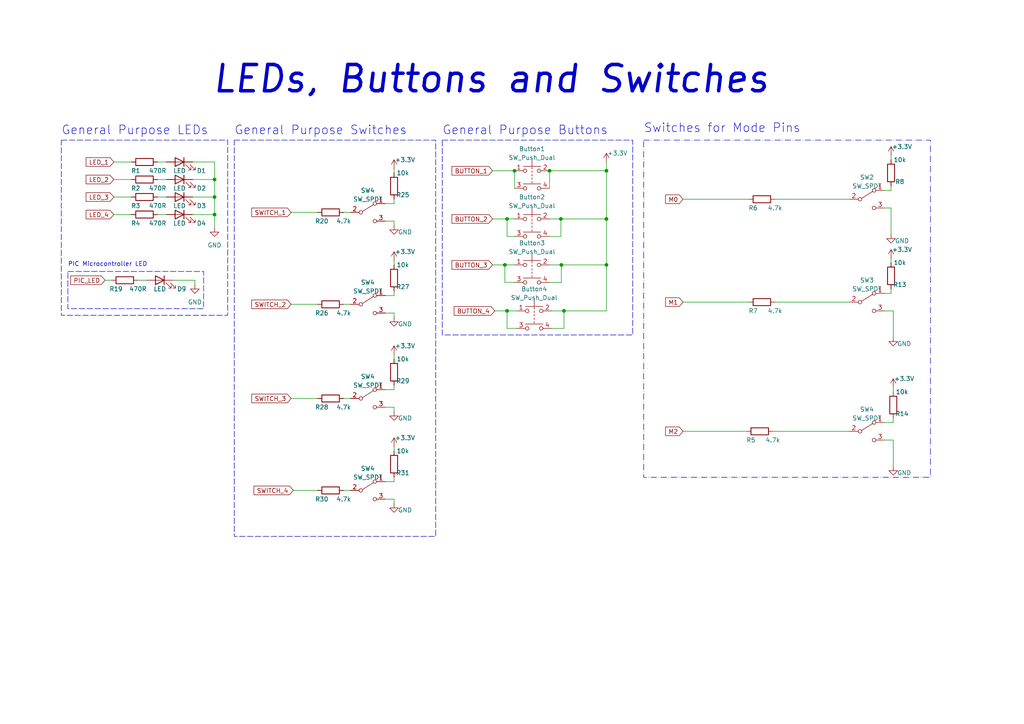
<source format=kicad_sch>
(kicad_sch (version 20230121) (generator eeschema)

  (uuid 963e33a4-d2e5-4d17-a0d6-417d38cbe279)

  (paper "A4")

  (lib_symbols
    (symbol "Device:LED" (pin_numbers hide) (pin_names (offset 1.016) hide) (in_bom yes) (on_board yes)
      (property "Reference" "D" (at 0 2.54 0)
        (effects (font (size 1.27 1.27)))
      )
      (property "Value" "LED" (at 0 -2.54 0)
        (effects (font (size 1.27 1.27)))
      )
      (property "Footprint" "" (at 0 0 0)
        (effects (font (size 1.27 1.27)) hide)
      )
      (property "Datasheet" "~" (at 0 0 0)
        (effects (font (size 1.27 1.27)) hide)
      )
      (property "ki_keywords" "LED diode" (at 0 0 0)
        (effects (font (size 1.27 1.27)) hide)
      )
      (property "ki_description" "Light emitting diode" (at 0 0 0)
        (effects (font (size 1.27 1.27)) hide)
      )
      (property "ki_fp_filters" "LED* LED_SMD:* LED_THT:*" (at 0 0 0)
        (effects (font (size 1.27 1.27)) hide)
      )
      (symbol "LED_0_1"
        (polyline
          (pts
            (xy -1.27 -1.27)
            (xy -1.27 1.27)
          )
          (stroke (width 0.254) (type default))
          (fill (type none))
        )
        (polyline
          (pts
            (xy -1.27 0)
            (xy 1.27 0)
          )
          (stroke (width 0) (type default))
          (fill (type none))
        )
        (polyline
          (pts
            (xy 1.27 -1.27)
            (xy 1.27 1.27)
            (xy -1.27 0)
            (xy 1.27 -1.27)
          )
          (stroke (width 0.254) (type default))
          (fill (type none))
        )
        (polyline
          (pts
            (xy -3.048 -0.762)
            (xy -4.572 -2.286)
            (xy -3.81 -2.286)
            (xy -4.572 -2.286)
            (xy -4.572 -1.524)
          )
          (stroke (width 0) (type default))
          (fill (type none))
        )
        (polyline
          (pts
            (xy -1.778 -0.762)
            (xy -3.302 -2.286)
            (xy -2.54 -2.286)
            (xy -3.302 -2.286)
            (xy -3.302 -1.524)
          )
          (stroke (width 0) (type default))
          (fill (type none))
        )
      )
      (symbol "LED_1_1"
        (pin passive line (at -3.81 0 0) (length 2.54)
          (name "K" (effects (font (size 1.27 1.27))))
          (number "1" (effects (font (size 1.27 1.27))))
        )
        (pin passive line (at 3.81 0 180) (length 2.54)
          (name "A" (effects (font (size 1.27 1.27))))
          (number "2" (effects (font (size 1.27 1.27))))
        )
      )
    )
    (symbol "Device:R" (pin_numbers hide) (pin_names (offset 0)) (in_bom yes) (on_board yes)
      (property "Reference" "R" (at 2.032 0 90)
        (effects (font (size 1.27 1.27)))
      )
      (property "Value" "R" (at 0 0 90)
        (effects (font (size 1.27 1.27)))
      )
      (property "Footprint" "" (at -1.778 0 90)
        (effects (font (size 1.27 1.27)) hide)
      )
      (property "Datasheet" "~" (at 0 0 0)
        (effects (font (size 1.27 1.27)) hide)
      )
      (property "ki_keywords" "R res resistor" (at 0 0 0)
        (effects (font (size 1.27 1.27)) hide)
      )
      (property "ki_description" "Resistor" (at 0 0 0)
        (effects (font (size 1.27 1.27)) hide)
      )
      (property "ki_fp_filters" "R_*" (at 0 0 0)
        (effects (font (size 1.27 1.27)) hide)
      )
      (symbol "R_0_1"
        (rectangle (start -1.016 -2.54) (end 1.016 2.54)
          (stroke (width 0.254) (type default))
          (fill (type none))
        )
      )
      (symbol "R_1_1"
        (pin passive line (at 0 3.81 270) (length 1.27)
          (name "~" (effects (font (size 1.27 1.27))))
          (number "1" (effects (font (size 1.27 1.27))))
        )
        (pin passive line (at 0 -3.81 90) (length 1.27)
          (name "~" (effects (font (size 1.27 1.27))))
          (number "2" (effects (font (size 1.27 1.27))))
        )
      )
    )
    (symbol "Switch:SW_Push_Dual" (pin_names (offset 1.016) hide) (in_bom yes) (on_board yes)
      (property "Reference" "SW" (at 1.27 2.54 0)
        (effects (font (size 1.27 1.27)) (justify left))
      )
      (property "Value" "SW_Push_Dual" (at 0 -6.858 0)
        (effects (font (size 1.27 1.27)))
      )
      (property "Footprint" "" (at 0 5.08 0)
        (effects (font (size 1.27 1.27)) hide)
      )
      (property "Datasheet" "~" (at 0 5.08 0)
        (effects (font (size 1.27 1.27)) hide)
      )
      (property "ki_keywords" "switch normally-open pushbutton push-button" (at 0 0 0)
        (effects (font (size 1.27 1.27)) hide)
      )
      (property "ki_description" "Push button switch, generic, symbol, four pins" (at 0 0 0)
        (effects (font (size 1.27 1.27)) hide)
      )
      (symbol "SW_Push_Dual_0_1"
        (circle (center -2.032 -5.08) (radius 0.508)
          (stroke (width 0) (type default))
          (fill (type none))
        )
        (circle (center -2.032 0) (radius 0.508)
          (stroke (width 0) (type default))
          (fill (type none))
        )
        (polyline
          (pts
            (xy 0 -3.048)
            (xy 0 -3.556)
          )
          (stroke (width 0) (type default))
          (fill (type none))
        )
        (polyline
          (pts
            (xy 0 -2.032)
            (xy 0 -2.54)
          )
          (stroke (width 0) (type default))
          (fill (type none))
        )
        (polyline
          (pts
            (xy 0 -1.524)
            (xy 0 -1.016)
          )
          (stroke (width 0) (type default))
          (fill (type none))
        )
        (polyline
          (pts
            (xy 0 -0.508)
            (xy 0 0)
          )
          (stroke (width 0) (type default))
          (fill (type none))
        )
        (polyline
          (pts
            (xy 0 0.508)
            (xy 0 1.016)
          )
          (stroke (width 0) (type default))
          (fill (type none))
        )
        (polyline
          (pts
            (xy 0 1.27)
            (xy 0 3.048)
          )
          (stroke (width 0) (type default))
          (fill (type none))
        )
        (polyline
          (pts
            (xy 2.54 -3.81)
            (xy -2.54 -3.81)
          )
          (stroke (width 0) (type default))
          (fill (type none))
        )
        (polyline
          (pts
            (xy 2.54 1.27)
            (xy -2.54 1.27)
          )
          (stroke (width 0) (type default))
          (fill (type none))
        )
        (circle (center 2.032 -5.08) (radius 0.508)
          (stroke (width 0) (type default))
          (fill (type none))
        )
        (circle (center 2.032 0) (radius 0.508)
          (stroke (width 0) (type default))
          (fill (type none))
        )
        (pin passive line (at -5.08 0 0) (length 2.54)
          (name "1" (effects (font (size 1.27 1.27))))
          (number "1" (effects (font (size 1.27 1.27))))
        )
        (pin passive line (at 5.08 0 180) (length 2.54)
          (name "2" (effects (font (size 1.27 1.27))))
          (number "2" (effects (font (size 1.27 1.27))))
        )
        (pin passive line (at -5.08 -5.08 0) (length 2.54)
          (name "3" (effects (font (size 1.27 1.27))))
          (number "3" (effects (font (size 1.27 1.27))))
        )
        (pin passive line (at 5.08 -5.08 180) (length 2.54)
          (name "4" (effects (font (size 1.27 1.27))))
          (number "4" (effects (font (size 1.27 1.27))))
        )
      )
    )
    (symbol "Switch:SW_SPDT" (pin_names (offset 0) hide) (in_bom yes) (on_board yes)
      (property "Reference" "SW" (at 0 4.318 0)
        (effects (font (size 1.27 1.27)))
      )
      (property "Value" "SW_SPDT" (at 0 -5.08 0)
        (effects (font (size 1.27 1.27)))
      )
      (property "Footprint" "" (at 0 0 0)
        (effects (font (size 1.27 1.27)) hide)
      )
      (property "Datasheet" "~" (at 0 0 0)
        (effects (font (size 1.27 1.27)) hide)
      )
      (property "ki_keywords" "switch single-pole double-throw spdt ON-ON" (at 0 0 0)
        (effects (font (size 1.27 1.27)) hide)
      )
      (property "ki_description" "Switch, single pole double throw" (at 0 0 0)
        (effects (font (size 1.27 1.27)) hide)
      )
      (symbol "SW_SPDT_0_0"
        (circle (center -2.032 0) (radius 0.508)
          (stroke (width 0) (type default))
          (fill (type none))
        )
        (circle (center 2.032 -2.54) (radius 0.508)
          (stroke (width 0) (type default))
          (fill (type none))
        )
      )
      (symbol "SW_SPDT_0_1"
        (polyline
          (pts
            (xy -1.524 0.254)
            (xy 1.651 2.286)
          )
          (stroke (width 0) (type default))
          (fill (type none))
        )
        (circle (center 2.032 2.54) (radius 0.508)
          (stroke (width 0) (type default))
          (fill (type none))
        )
      )
      (symbol "SW_SPDT_1_1"
        (pin passive line (at 5.08 2.54 180) (length 2.54)
          (name "A" (effects (font (size 1.27 1.27))))
          (number "1" (effects (font (size 1.27 1.27))))
        )
        (pin passive line (at -5.08 0 0) (length 2.54)
          (name "B" (effects (font (size 1.27 1.27))))
          (number "2" (effects (font (size 1.27 1.27))))
        )
        (pin passive line (at 5.08 -2.54 180) (length 2.54)
          (name "C" (effects (font (size 1.27 1.27))))
          (number "3" (effects (font (size 1.27 1.27))))
        )
      )
    )
    (symbol "power:+3.3V" (power) (pin_names (offset 0)) (in_bom yes) (on_board yes)
      (property "Reference" "#PWR" (at 0 -3.81 0)
        (effects (font (size 1.27 1.27)) hide)
      )
      (property "Value" "+3.3V" (at 0 3.556 0)
        (effects (font (size 1.27 1.27)))
      )
      (property "Footprint" "" (at 0 0 0)
        (effects (font (size 1.27 1.27)) hide)
      )
      (property "Datasheet" "" (at 0 0 0)
        (effects (font (size 1.27 1.27)) hide)
      )
      (property "ki_keywords" "global power" (at 0 0 0)
        (effects (font (size 1.27 1.27)) hide)
      )
      (property "ki_description" "Power symbol creates a global label with name \"+3.3V\"" (at 0 0 0)
        (effects (font (size 1.27 1.27)) hide)
      )
      (symbol "+3.3V_0_1"
        (polyline
          (pts
            (xy -0.762 1.27)
            (xy 0 2.54)
          )
          (stroke (width 0) (type default))
          (fill (type none))
        )
        (polyline
          (pts
            (xy 0 0)
            (xy 0 2.54)
          )
          (stroke (width 0) (type default))
          (fill (type none))
        )
        (polyline
          (pts
            (xy 0 2.54)
            (xy 0.762 1.27)
          )
          (stroke (width 0) (type default))
          (fill (type none))
        )
      )
      (symbol "+3.3V_1_1"
        (pin power_in line (at 0 0 90) (length 0) hide
          (name "+3.3V" (effects (font (size 1.27 1.27))))
          (number "1" (effects (font (size 1.27 1.27))))
        )
      )
    )
    (symbol "power:GND" (power) (pin_names (offset 0)) (in_bom yes) (on_board yes)
      (property "Reference" "#PWR" (at 0 -6.35 0)
        (effects (font (size 1.27 1.27)) hide)
      )
      (property "Value" "GND" (at 0 -3.81 0)
        (effects (font (size 1.27 1.27)))
      )
      (property "Footprint" "" (at 0 0 0)
        (effects (font (size 1.27 1.27)) hide)
      )
      (property "Datasheet" "" (at 0 0 0)
        (effects (font (size 1.27 1.27)) hide)
      )
      (property "ki_keywords" "global power" (at 0 0 0)
        (effects (font (size 1.27 1.27)) hide)
      )
      (property "ki_description" "Power symbol creates a global label with name \"GND\" , ground" (at 0 0 0)
        (effects (font (size 1.27 1.27)) hide)
      )
      (symbol "GND_0_1"
        (polyline
          (pts
            (xy 0 0)
            (xy 0 -1.27)
            (xy 1.27 -1.27)
            (xy 0 -2.54)
            (xy -1.27 -1.27)
            (xy 0 -1.27)
          )
          (stroke (width 0) (type default))
          (fill (type none))
        )
      )
      (symbol "GND_1_1"
        (pin power_in line (at 0 0 270) (length 0) hide
          (name "GND" (effects (font (size 1.27 1.27))))
          (number "1" (effects (font (size 1.27 1.27))))
        )
      )
    )
  )


  (junction (at 163.576 90.17) (diameter 0) (color 0 0 0 0)
    (uuid 05a42cb1-c174-48ea-a27a-f2a5c8bd2ba7)
  )
  (junction (at 162.687 63.5) (diameter 0) (color 0 0 0 0)
    (uuid 164a282a-1389-4947-a639-c631a8bb79de)
  )
  (junction (at 62.23 57.15) (diameter 0) (color 0 0 0 0)
    (uuid 204306a6-04ef-4ae0-b463-c6f61702d08f)
  )
  (junction (at 146.431 76.835) (diameter 0) (color 0 0 0 0)
    (uuid 252ba9fc-3ccb-41bf-b4c1-bd616ca87154)
  )
  (junction (at 159.385 49.53) (diameter 0) (color 0 0 0 0)
    (uuid 4a5de9d3-b136-4044-ba3f-0b878d68c11a)
  )
  (junction (at 62.23 62.23) (diameter 0) (color 0 0 0 0)
    (uuid 56f6786f-02fe-4dd2-9378-7495e7510d62)
  )
  (junction (at 162.814 76.835) (diameter 0) (color 0 0 0 0)
    (uuid 5f21fb4f-93f1-4128-91eb-3ea783a62fe5)
  )
  (junction (at 147.066 90.17) (diameter 0) (color 0 0 0 0)
    (uuid 66fe050c-b831-405e-aa62-8b8198f903a5)
  )
  (junction (at 147.066 63.5) (diameter 0) (color 0 0 0 0)
    (uuid 6b052209-72bb-4560-8c36-24e3647b5273)
  )
  (junction (at 175.895 76.835) (diameter 0) (color 0 0 0 0)
    (uuid a8dd0f16-07dc-4ea0-a96b-5e9b89e1a9af)
  )
  (junction (at 175.895 63.5) (diameter 0) (color 0 0 0 0)
    (uuid ad2e4a48-718b-4671-bbaa-7c917b7a7b18)
  )
  (junction (at 149.225 49.53) (diameter 0) (color 0 0 0 0)
    (uuid b05f48de-429e-41f0-a520-395a9e7f5348)
  )
  (junction (at 175.895 49.53) (diameter 0) (color 0 0 0 0)
    (uuid b95ec881-07db-4391-801e-10a257cd0b5e)
  )
  (junction (at 62.23 52.07) (diameter 0) (color 0 0 0 0)
    (uuid e5698c89-9c42-4deb-913d-d77cf6930a09)
  )

  (wire (pts (xy 62.23 52.07) (xy 62.23 57.15))
    (stroke (width 0) (type default))
    (uuid 028ff37b-1a11-46fc-9ee8-10b839d20bd2)
  )
  (wire (pts (xy 114.3 84.455) (xy 114.3 85.725))
    (stroke (width 0) (type default))
    (uuid 02daa44f-bf8e-46b1-8947-0acf84d0819f)
  )
  (wire (pts (xy 55.88 62.23) (xy 62.23 62.23))
    (stroke (width 0) (type default))
    (uuid 044ada8a-3664-4568-ada9-c1b4fff5c4f1)
  )
  (wire (pts (xy 99.695 88.265) (xy 101.6 88.265))
    (stroke (width 0) (type default))
    (uuid 072f4dd9-c193-4f4b-ab4a-158cc834acd3)
  )
  (wire (pts (xy 114.3 144.78) (xy 111.76 144.78))
    (stroke (width 0) (type default))
    (uuid 0d31e2a5-27ca-47c6-a4be-0e88cc85c9a8)
  )
  (wire (pts (xy 114.3 118.11) (xy 111.76 118.11))
    (stroke (width 0) (type default))
    (uuid 0e1c755a-2ac6-4e62-abae-65591fb1c298)
  )
  (wire (pts (xy 175.895 76.835) (xy 175.895 63.5))
    (stroke (width 0) (type default))
    (uuid 0eb32725-b6ca-482c-87e7-8180a14ae1a1)
  )
  (wire (pts (xy 256.54 90.17) (xy 259.08 90.17))
    (stroke (width 0) (type default))
    (uuid 0f261c94-ae1c-4ad1-a208-ebb04e642dd5)
  )
  (wire (pts (xy 62.23 46.99) (xy 62.23 52.07))
    (stroke (width 0) (type default))
    (uuid 16abea1c-8182-467f-80f0-d7ff0741f527)
  )
  (wire (pts (xy 149.225 49.53) (xy 149.225 54.61))
    (stroke (width 0) (type default))
    (uuid 1ffa5087-0d2b-4223-93ea-83ea5a54c14c)
  )
  (wire (pts (xy 99.695 115.57) (xy 101.6 115.57))
    (stroke (width 0) (type default))
    (uuid 22b0e317-4668-4fa8-a1fe-7a601679eefe)
  )
  (wire (pts (xy 259.08 121.285) (xy 259.08 122.555))
    (stroke (width 0) (type default))
    (uuid 2c242472-95e7-41a3-9f03-2265e5ee5662)
  )
  (wire (pts (xy 147.066 95.25) (xy 147.066 90.17))
    (stroke (width 0) (type default))
    (uuid 3036cf40-9c56-4bde-9a63-d8f80a4f5473)
  )
  (wire (pts (xy 224.79 87.63) (xy 246.38 87.63))
    (stroke (width 0) (type default))
    (uuid 3279cc66-258a-45f1-8346-dc5d1f0b0e08)
  )
  (wire (pts (xy 84.455 88.265) (xy 92.075 88.265))
    (stroke (width 0) (type default))
    (uuid 32fa49dc-8535-4379-9790-9179cd2411e3)
  )
  (wire (pts (xy 159.385 76.835) (xy 162.814 76.835))
    (stroke (width 0) (type default))
    (uuid 373990d2-8f78-4114-bf79-67b8c31c59a5)
  )
  (wire (pts (xy 259.08 90.17) (xy 259.08 97.79))
    (stroke (width 0) (type default))
    (uuid 37b40530-b298-4d62-a198-5d0de1448b5b)
  )
  (wire (pts (xy 33.02 52.07) (xy 38.1 52.07))
    (stroke (width 0) (type default))
    (uuid 384c2eee-97a7-4a0e-914a-4f28e3a306e2)
  )
  (wire (pts (xy 175.895 49.53) (xy 175.895 46.99))
    (stroke (width 0) (type default))
    (uuid 404d1f9c-16a7-4791-b873-ba34b2c1cf96)
  )
  (wire (pts (xy 162.814 81.915) (xy 162.814 76.835))
    (stroke (width 0) (type default))
    (uuid 4204c43b-d8c5-499c-a056-7a01804d18a5)
  )
  (wire (pts (xy 256.54 122.555) (xy 259.08 122.555))
    (stroke (width 0) (type default))
    (uuid 436ec267-312b-42ed-80db-a0cc6189294e)
  )
  (wire (pts (xy 114.3 138.43) (xy 114.3 139.7))
    (stroke (width 0) (type default))
    (uuid 43c3aa74-e90c-4fc4-920f-4846f2efd613)
  )
  (wire (pts (xy 114.3 90.805) (xy 111.76 90.805))
    (stroke (width 0) (type default))
    (uuid 468e73d1-6d37-4ddd-a09f-6f1157096f81)
  )
  (wire (pts (xy 30.48 81.28) (xy 32.385 81.28))
    (stroke (width 0) (type default))
    (uuid 4bae8f69-5134-4214-9cea-d2d4fa6f6119)
  )
  (wire (pts (xy 114.3 118.11) (xy 114.3 119.38))
    (stroke (width 0) (type default))
    (uuid 5492fc3f-a025-433d-bbd6-c32225f1d967)
  )
  (wire (pts (xy 258.445 60.325) (xy 258.445 67.945))
    (stroke (width 0) (type default))
    (uuid 5a980d3e-8a4a-4bb0-a288-1f95b8ffcbe7)
  )
  (wire (pts (xy 258.445 45.085) (xy 258.445 46.355))
    (stroke (width 0) (type default))
    (uuid 5eb2b67c-0a9f-47ac-978c-d2559acdc705)
  )
  (wire (pts (xy 99.695 61.595) (xy 101.6 61.595))
    (stroke (width 0) (type default))
    (uuid 5ebfd6c3-086b-49d2-bd20-0c7852227443)
  )
  (wire (pts (xy 149.225 68.58) (xy 147.066 68.58))
    (stroke (width 0) (type default))
    (uuid 5f211926-0b15-421b-ae1e-951115fe612f)
  )
  (wire (pts (xy 111.76 113.03) (xy 114.3 113.03))
    (stroke (width 0) (type default))
    (uuid 62b1fdb1-dbea-45b2-8710-c8a28b19759b)
  )
  (wire (pts (xy 142.875 63.5) (xy 147.066 63.5))
    (stroke (width 0) (type default))
    (uuid 62eeb3c2-ceec-433c-bc16-28a865ed7389)
  )
  (wire (pts (xy 114.3 111.76) (xy 114.3 113.03))
    (stroke (width 0) (type default))
    (uuid 64448e74-3b6a-406c-85fd-1f086e66eff6)
  )
  (wire (pts (xy 85.09 142.24) (xy 92.075 142.24))
    (stroke (width 0) (type default))
    (uuid 64f0c5e4-8267-49ab-826a-b6eac30ecce3)
  )
  (wire (pts (xy 258.445 55.245) (xy 256.54 55.245))
    (stroke (width 0) (type default))
    (uuid 6a89dba9-1b58-445c-b542-625dd75554bd)
  )
  (wire (pts (xy 258.445 53.975) (xy 258.445 55.245))
    (stroke (width 0) (type default))
    (uuid 6bf0c6b3-0e3c-4d5d-becf-40ab9109e619)
  )
  (wire (pts (xy 259.08 112.395) (xy 259.08 113.665))
    (stroke (width 0) (type default))
    (uuid 6d160fa0-8471-4df0-943b-0b605f1d1a26)
  )
  (wire (pts (xy 149.86 95.25) (xy 147.066 95.25))
    (stroke (width 0) (type default))
    (uuid 6e06a9d4-ebdc-49db-a5ef-74f8fa633a24)
  )
  (wire (pts (xy 224.79 57.785) (xy 246.38 57.785))
    (stroke (width 0) (type default))
    (uuid 7091d7c1-c093-407b-bc87-97feae6c425c)
  )
  (wire (pts (xy 111.76 139.7) (xy 114.3 139.7))
    (stroke (width 0) (type default))
    (uuid 70f1849b-735c-4e1a-839a-834890f5d62e)
  )
  (wire (pts (xy 256.54 60.325) (xy 258.445 60.325))
    (stroke (width 0) (type default))
    (uuid 71ca04c8-4995-4218-a9ba-cdf26432ab84)
  )
  (wire (pts (xy 114.3 90.805) (xy 114.3 92.075))
    (stroke (width 0) (type default))
    (uuid 72f2315e-aaa0-424b-9689-8ba43e6a6d29)
  )
  (wire (pts (xy 33.02 57.15) (xy 38.1 57.15))
    (stroke (width 0) (type default))
    (uuid 7312f525-1afd-4a71-b33f-13815cf8af54)
  )
  (wire (pts (xy 56.515 81.28) (xy 56.515 82.55))
    (stroke (width 0) (type default))
    (uuid 7a09b889-e771-40b6-89b9-dd6e89df57b6)
  )
  (wire (pts (xy 258.445 83.82) (xy 258.445 85.09))
    (stroke (width 0) (type default))
    (uuid 7f0f4123-f48d-486f-8237-0cd1ea8f9d73)
  )
  (wire (pts (xy 198.12 57.785) (xy 217.17 57.785))
    (stroke (width 0) (type default))
    (uuid 7f3c2953-41b4-408b-9b93-1cf0effa4656)
  )
  (wire (pts (xy 114.3 64.135) (xy 114.3 65.405))
    (stroke (width 0) (type default))
    (uuid 7fc0f951-533f-45f3-a6f3-11f89efe0c3d)
  )
  (wire (pts (xy 114.3 64.135) (xy 111.76 64.135))
    (stroke (width 0) (type default))
    (uuid 81cbc1eb-c3fe-4e6b-a41d-b08d38b87806)
  )
  (wire (pts (xy 198.12 125.095) (xy 216.535 125.095))
    (stroke (width 0) (type default))
    (uuid 8413355f-3c96-4d32-bb65-8c83855b230b)
  )
  (wire (pts (xy 55.88 52.07) (xy 62.23 52.07))
    (stroke (width 0) (type default))
    (uuid 863af7b1-e975-4165-ba33-9815eed48b88)
  )
  (wire (pts (xy 175.895 63.5) (xy 175.895 49.53))
    (stroke (width 0) (type default))
    (uuid 884f28ba-a5ba-41f8-9389-123b91e5c8d9)
  )
  (wire (pts (xy 143.51 90.17) (xy 147.066 90.17))
    (stroke (width 0) (type default))
    (uuid 8af98f60-522d-4ec8-8fad-dac33335b30e)
  )
  (wire (pts (xy 175.895 90.17) (xy 175.895 76.835))
    (stroke (width 0) (type default))
    (uuid 8c8ccca3-0c59-45f1-a990-b8fb316ff742)
  )
  (wire (pts (xy 198.12 87.63) (xy 217.17 87.63))
    (stroke (width 0) (type default))
    (uuid 8f4ca8a8-1319-47af-bc09-80702523971a)
  )
  (wire (pts (xy 33.02 62.23) (xy 38.1 62.23))
    (stroke (width 0) (type default))
    (uuid 90f091e2-2dca-480d-93c4-65f3f7a2c539)
  )
  (wire (pts (xy 33.02 46.99) (xy 38.1 46.99))
    (stroke (width 0) (type default))
    (uuid 94c86a2b-17f0-4527-af55-f33dd50a5a9a)
  )
  (wire (pts (xy 146.431 81.915) (xy 146.431 76.835))
    (stroke (width 0) (type default))
    (uuid 95f3e7b0-e37a-4cbc-a21b-768e80399470)
  )
  (wire (pts (xy 62.23 62.23) (xy 62.23 66.04))
    (stroke (width 0) (type default))
    (uuid 9c7f318e-79d7-405a-9af7-11496055fb87)
  )
  (wire (pts (xy 159.385 81.915) (xy 162.814 81.915))
    (stroke (width 0) (type default))
    (uuid 9e3282c7-ffd2-4029-a011-5b98eb8ead9a)
  )
  (wire (pts (xy 40.005 81.28) (xy 42.545 81.28))
    (stroke (width 0) (type default))
    (uuid a3ed5161-5f20-45d1-9077-b71a6cc411bc)
  )
  (wire (pts (xy 258.445 85.09) (xy 256.54 85.09))
    (stroke (width 0) (type default))
    (uuid a73dbba2-d703-44eb-9d8e-2843350b4f16)
  )
  (wire (pts (xy 163.576 95.25) (xy 163.576 90.17))
    (stroke (width 0) (type default))
    (uuid ad5c5a31-57fb-403e-8523-51da13ea2956)
  )
  (wire (pts (xy 84.455 115.57) (xy 92.075 115.57))
    (stroke (width 0) (type default))
    (uuid add84f0d-287f-4037-9b61-4138648acf76)
  )
  (wire (pts (xy 45.72 52.07) (xy 48.26 52.07))
    (stroke (width 0) (type default))
    (uuid aeb3b5e2-87f0-43c5-8bd7-8e908af7cd10)
  )
  (wire (pts (xy 50.165 81.28) (xy 56.515 81.28))
    (stroke (width 0) (type default))
    (uuid b559a109-2365-4a4e-aefc-7b44da2864e5)
  )
  (wire (pts (xy 147.066 63.5) (xy 149.225 63.5))
    (stroke (width 0) (type default))
    (uuid b97b7555-fbab-419c-9f84-1c8d5b20fd30)
  )
  (wire (pts (xy 149.225 81.915) (xy 146.431 81.915))
    (stroke (width 0) (type default))
    (uuid bd4c37a3-ae7e-446b-8133-b88ed9da94cc)
  )
  (wire (pts (xy 114.3 75.565) (xy 114.3 76.835))
    (stroke (width 0) (type default))
    (uuid be63d03f-14fd-4274-ab6c-6b847114ef01)
  )
  (wire (pts (xy 259.08 127.635) (xy 259.08 135.255))
    (stroke (width 0) (type default))
    (uuid beb9529f-8a0a-40d0-8efb-cc1c861ccb69)
  )
  (wire (pts (xy 160.02 95.25) (xy 163.576 95.25))
    (stroke (width 0) (type default))
    (uuid bff0a34f-c2e8-420c-8414-d3dc3b6d33a0)
  )
  (wire (pts (xy 142.875 49.53) (xy 149.225 49.53))
    (stroke (width 0) (type default))
    (uuid c10fc589-68b0-473c-9617-053ea8035801)
  )
  (wire (pts (xy 114.3 144.78) (xy 114.3 146.05))
    (stroke (width 0) (type default))
    (uuid c16cfb11-0e3f-4afd-b8af-1f56d550d4e4)
  )
  (wire (pts (xy 45.72 46.99) (xy 48.26 46.99))
    (stroke (width 0) (type default))
    (uuid c3b32d26-0850-4fd8-8df1-d538a6f24291)
  )
  (wire (pts (xy 147.066 68.58) (xy 147.066 63.5))
    (stroke (width 0) (type default))
    (uuid c45fe996-06d6-49b1-9ad6-f1a84a8b0297)
  )
  (wire (pts (xy 159.385 63.5) (xy 162.687 63.5))
    (stroke (width 0) (type default))
    (uuid c4bd26cf-a976-4115-83e9-ff3dad666005)
  )
  (wire (pts (xy 114.3 129.54) (xy 114.3 130.81))
    (stroke (width 0) (type default))
    (uuid c4f5ffbf-5039-4953-9b5e-bba4a421b563)
  )
  (wire (pts (xy 259.08 127.635) (xy 256.54 127.635))
    (stroke (width 0) (type default))
    (uuid c778df1c-e9d3-426a-b49e-5b16db48dad4)
  )
  (wire (pts (xy 114.3 102.87) (xy 114.3 104.14))
    (stroke (width 0) (type default))
    (uuid ca634e93-3917-4799-8cb3-13376bad1c8a)
  )
  (wire (pts (xy 55.88 46.99) (xy 62.23 46.99))
    (stroke (width 0) (type default))
    (uuid cbdb911f-9bbe-4287-8c03-8eef56c987e9)
  )
  (wire (pts (xy 162.687 63.5) (xy 162.687 68.58))
    (stroke (width 0) (type default))
    (uuid ccce319d-45b0-4674-993a-c1799925354c)
  )
  (wire (pts (xy 147.066 90.17) (xy 149.86 90.17))
    (stroke (width 0) (type default))
    (uuid cd3a1b54-b17b-4053-a2cc-b8b6896d551c)
  )
  (wire (pts (xy 55.88 57.15) (xy 62.23 57.15))
    (stroke (width 0) (type default))
    (uuid d0270168-b692-4c42-96fe-6a8fe90ec32c)
  )
  (wire (pts (xy 111.76 59.055) (xy 114.3 59.055))
    (stroke (width 0) (type default))
    (uuid d0a8f179-a7a8-4475-a524-2d653422b035)
  )
  (wire (pts (xy 62.23 57.15) (xy 62.23 62.23))
    (stroke (width 0) (type default))
    (uuid d1329d6b-a7af-441f-b3f4-df8b9c82d3b9)
  )
  (wire (pts (xy 160.02 90.17) (xy 163.576 90.17))
    (stroke (width 0) (type default))
    (uuid d6e69823-561e-4928-81e9-386ec01bfd92)
  )
  (wire (pts (xy 45.72 62.23) (xy 48.26 62.23))
    (stroke (width 0) (type default))
    (uuid d7352cf6-3124-4ca9-a6a1-f12def2565ee)
  )
  (wire (pts (xy 258.445 74.93) (xy 258.445 76.2))
    (stroke (width 0) (type default))
    (uuid dba3e092-047c-45e4-aecd-9b81f2656ee2)
  )
  (wire (pts (xy 159.385 68.58) (xy 162.687 68.58))
    (stroke (width 0) (type default))
    (uuid ddc1f1c7-accf-4717-9427-5b623aab1968)
  )
  (wire (pts (xy 142.875 76.835) (xy 146.431 76.835))
    (stroke (width 0) (type default))
    (uuid e0893206-e51c-45da-96ec-2652725bdac7)
  )
  (wire (pts (xy 45.72 57.15) (xy 48.26 57.15))
    (stroke (width 0) (type default))
    (uuid e46c94f1-c16d-4c53-9e12-8e7e51e65fea)
  )
  (wire (pts (xy 114.3 57.785) (xy 114.3 59.055))
    (stroke (width 0) (type default))
    (uuid e63659c9-252c-4e29-a24f-e7c45cf59210)
  )
  (wire (pts (xy 146.431 76.835) (xy 149.225 76.835))
    (stroke (width 0) (type default))
    (uuid e6da0ac9-658e-4792-94d9-3817d5c82a85)
  )
  (wire (pts (xy 114.3 48.895) (xy 114.3 50.165))
    (stroke (width 0) (type default))
    (uuid e72cff7f-152c-40e0-9a5d-c391075b33b4)
  )
  (wire (pts (xy 159.385 49.53) (xy 159.385 54.61))
    (stroke (width 0) (type default))
    (uuid e903f183-29a7-4cfc-8f43-6b0d7b05faf4)
  )
  (wire (pts (xy 163.576 90.17) (xy 175.895 90.17))
    (stroke (width 0) (type default))
    (uuid e9229e36-ca36-48d9-aa40-fec539467825)
  )
  (wire (pts (xy 111.76 85.725) (xy 114.3 85.725))
    (stroke (width 0) (type default))
    (uuid edd6de71-b365-471d-a6f1-15b1ce1c603c)
  )
  (wire (pts (xy 159.385 49.53) (xy 175.895 49.53))
    (stroke (width 0) (type default))
    (uuid f57813c2-acce-46c5-bf88-5ff201c5a474)
  )
  (wire (pts (xy 224.155 125.095) (xy 246.38 125.095))
    (stroke (width 0) (type default))
    (uuid f684144a-5782-46e5-a25f-ec2039e7f7e2)
  )
  (wire (pts (xy 99.695 142.24) (xy 101.6 142.24))
    (stroke (width 0) (type default))
    (uuid f77a85a2-2120-42fa-8271-b075567df461)
  )
  (wire (pts (xy 84.455 61.595) (xy 92.075 61.595))
    (stroke (width 0) (type default))
    (uuid f9798cb0-ff21-4ba4-9fc5-9f6a321129a6)
  )
  (wire (pts (xy 162.687 63.5) (xy 175.895 63.5))
    (stroke (width 0) (type default))
    (uuid fc29f586-8528-4e44-9486-d6b71d9f7cdf)
  )
  (wire (pts (xy 162.814 76.835) (xy 175.895 76.835))
    (stroke (width 0) (type default))
    (uuid fc738f1c-1ff5-43b8-9240-5ec243ee4ac9)
  )

  (rectangle (start 17.78 40.64) (end 66.04 91.44)
    (stroke (width 0) (type dash))
    (fill (type none))
    (uuid 28507e3d-7777-4acc-b123-1806a682ebc1)
  )
  (rectangle (start 186.69 40.64) (end 269.875 138.43)
    (stroke (width 0) (type dash_dot))
    (fill (type none))
    (uuid 907a2c57-5dc1-4862-b224-8373075d6aac)
  )
  (rectangle (start 67.945 40.64) (end 126.365 155.575)
    (stroke (width 0) (type dash))
    (fill (type none))
    (uuid a97f991e-52c6-4b7e-9dbe-b2282c8d0fdb)
  )
  (rectangle (start 128.27 40.64) (end 183.515 97.155)
    (stroke (width 0) (type dash))
    (fill (type none))
    (uuid b023ec43-12b7-43a6-963d-46c354c903b1)
  )
  (rectangle (start 19.685 78.74) (end 59.055 89.535)
    (stroke (width 0) (type dash))
    (fill (type none))
    (uuid ff118691-0619-410a-9ed5-91d7ca7e772e)
  )

  (text "General Purpose Buttons" (at 128.27 39.37 0)
    (effects (font (size 2.54 2.54)) (justify left bottom))
    (uuid 0dfaaedb-2105-4724-9c81-de854278d058)
  )
  (text "PIC Microcontroller LED" (at 19.685 77.47 0)
    (effects (font (size 1.27 1.27)) (justify left bottom))
    (uuid 3270fa0e-4577-4e19-b39b-fe45ada176d2)
  )
  (text "LEDs, Buttons and Switches" (at 61.214 27.559 0)
    (effects (font (size 7.62 7.62) (thickness 1.016) bold italic) (justify left bottom))
    (uuid 7da8b9ce-d20c-42c2-a2a5-6d931a9d0bc3)
  )
  (text "General Purpose LEDs" (at 17.78 39.37 0)
    (effects (font (size 2.54 2.54)) (justify left bottom))
    (uuid c0e2fec0-3a1b-4334-aabb-7a90f675912b)
  )
  (text "Switches for Mode Pins" (at 186.69 38.735 0)
    (effects (font (size 2.54 2.54)) (justify left bottom))
    (uuid e0005997-7838-4d96-bd62-2242a3bab176)
  )
  (text "General Purpose Switches\n" (at 67.945 39.37 0)
    (effects (font (size 2.54 2.54)) (justify left bottom))
    (uuid f34f7a78-2577-49ce-b679-c7fc6346e0ba)
  )

  (global_label "BUTTON_4" (shape input) (at 143.51 90.17 180) (fields_autoplaced)
    (effects (font (size 1.27 1.27)) (justify right))
    (uuid 1e0cb270-1145-4806-9e38-0a2fcd378b1a)
    (property "Intersheetrefs" "${INTERSHEET_REFS}" (at 131.2304 90.17 0)
      (effects (font (size 1.27 1.27)) (justify right) hide)
    )
  )
  (global_label "SWITCH_4" (shape input) (at 85.09 142.24 180) (fields_autoplaced)
    (effects (font (size 1.27 1.27)) (justify right))
    (uuid 2736edd6-191a-47e7-8931-38ae157659a6)
    (property "Intersheetrefs" "${INTERSHEET_REFS}" (at 73.1733 142.24 0)
      (effects (font (size 1.27 1.27)) (justify right) hide)
    )
  )
  (global_label "M1" (shape input) (at 198.12 87.63 180) (fields_autoplaced)
    (effects (font (size 1.27 1.27)) (justify right))
    (uuid 4a30635b-8d1c-46cb-a70e-ea704ec8e658)
    (property "Intersheetrefs" "${INTERSHEET_REFS}" (at 192.5533 87.63 0)
      (effects (font (size 1.27 1.27)) (justify right) hide)
    )
  )
  (global_label "SWITCH_3" (shape input) (at 84.455 115.57 180) (fields_autoplaced)
    (effects (font (size 1.27 1.27)) (justify right))
    (uuid 52941fde-0432-41bf-aaa4-7ee2a4feeaad)
    (property "Intersheetrefs" "${INTERSHEET_REFS}" (at 72.5383 115.57 0)
      (effects (font (size 1.27 1.27)) (justify right) hide)
    )
  )
  (global_label "M0" (shape input) (at 198.12 57.785 180) (fields_autoplaced)
    (effects (font (size 1.27 1.27)) (justify right))
    (uuid 5457f82f-8b00-498c-bd9c-fd7c0430a27c)
    (property "Intersheetrefs" "${INTERSHEET_REFS}" (at 192.5533 57.785 0)
      (effects (font (size 1.27 1.27)) (justify right) hide)
    )
  )
  (global_label "SWITCH_2" (shape input) (at 84.455 88.265 180) (fields_autoplaced)
    (effects (font (size 1.27 1.27)) (justify right))
    (uuid 5f5512e1-1693-4217-bc30-658d63c28ab8)
    (property "Intersheetrefs" "${INTERSHEET_REFS}" (at 72.5383 88.265 0)
      (effects (font (size 1.27 1.27)) (justify right) hide)
    )
  )
  (global_label "PIC_LED" (shape input) (at 30.48 81.28 180) (fields_autoplaced)
    (effects (font (size 1.27 1.27)) (justify right))
    (uuid 65de134f-63ca-42be-9061-45656a73abbb)
    (property "Intersheetrefs" "${INTERSHEET_REFS}" (at 20.0147 81.28 0)
      (effects (font (size 1.27 1.27)) (justify right) hide)
    )
  )
  (global_label "BUTTON_3" (shape input) (at 142.875 76.835 180) (fields_autoplaced)
    (effects (font (size 1.27 1.27)) (justify right))
    (uuid 65e94e43-9d37-4606-9eb5-c4851e8fdcda)
    (property "Intersheetrefs" "${INTERSHEET_REFS}" (at 130.5954 76.835 0)
      (effects (font (size 1.27 1.27)) (justify right) hide)
    )
  )
  (global_label "M2" (shape input) (at 198.12 125.095 180) (fields_autoplaced)
    (effects (font (size 1.27 1.27)) (justify right))
    (uuid 6c860cd6-c15a-4de0-8eb9-a93a98ad916e)
    (property "Intersheetrefs" "${INTERSHEET_REFS}" (at 192.5533 125.095 0)
      (effects (font (size 1.27 1.27)) (justify right) hide)
    )
  )
  (global_label "BUTTON_2" (shape input) (at 142.875 63.5 180) (fields_autoplaced)
    (effects (font (size 1.27 1.27)) (justify right))
    (uuid 7734004f-3cfd-4dac-8824-79bc37b35c58)
    (property "Intersheetrefs" "${INTERSHEET_REFS}" (at 130.5954 63.5 0)
      (effects (font (size 1.27 1.27)) (justify right) hide)
    )
  )
  (global_label "LED_3" (shape input) (at 33.02 57.15 180) (fields_autoplaced)
    (effects (font (size 1.27 1.27)) (justify right))
    (uuid 961fb701-936b-4900-a187-2c3704ec9445)
    (property "Intersheetrefs" "${INTERSHEET_REFS}" (at 24.49 57.15 0)
      (effects (font (size 1.27 1.27)) (justify right) hide)
    )
  )
  (global_label "SWITCH_1" (shape input) (at 84.455 61.595 180) (fields_autoplaced)
    (effects (font (size 1.27 1.27)) (justify right))
    (uuid abd46ca1-5b3a-4a32-9856-a174617740d6)
    (property "Intersheetrefs" "${INTERSHEET_REFS}" (at 72.5383 61.595 0)
      (effects (font (size 1.27 1.27)) (justify right) hide)
    )
  )
  (global_label "LED_2" (shape input) (at 33.02 52.07 180) (fields_autoplaced)
    (effects (font (size 1.27 1.27)) (justify right))
    (uuid b2316c90-b9a5-487d-8b34-f49c0b218793)
    (property "Intersheetrefs" "${INTERSHEET_REFS}" (at 24.49 52.07 0)
      (effects (font (size 1.27 1.27)) (justify right) hide)
    )
  )
  (global_label "BUTTON_1" (shape input) (at 142.875 49.53 180) (fields_autoplaced)
    (effects (font (size 1.27 1.27)) (justify right))
    (uuid bae31dd8-bbb0-46c5-ae2d-a6ee68cbbdf3)
    (property "Intersheetrefs" "${INTERSHEET_REFS}" (at 130.5954 49.53 0)
      (effects (font (size 1.27 1.27)) (justify right) hide)
    )
  )
  (global_label "LED_4" (shape input) (at 33.02 62.23 180) (fields_autoplaced)
    (effects (font (size 1.27 1.27)) (justify right))
    (uuid cc2c57bd-74cd-41bc-912e-458564be442f)
    (property "Intersheetrefs" "${INTERSHEET_REFS}" (at 24.49 62.23 0)
      (effects (font (size 1.27 1.27)) (justify right) hide)
    )
  )
  (global_label "LED_1" (shape input) (at 33.02 46.99 180) (fields_autoplaced)
    (effects (font (size 1.27 1.27)) (justify right))
    (uuid e64af60d-bae2-492b-9739-c3c55a370851)
    (property "Intersheetrefs" "${INTERSHEET_REFS}" (at 24.49 46.99 0)
      (effects (font (size 1.27 1.27)) (justify right) hide)
    )
  )

  (symbol (lib_id "power:GND") (at 258.445 67.945 0) (unit 1)
    (in_bom yes) (on_board yes) (dnp no)
    (uuid 02228a9f-1917-4cff-9a8c-d8ba22a73533)
    (property "Reference" "#PWR031" (at 258.445 74.295 0)
      (effects (font (size 1.27 1.27)) hide)
    )
    (property "Value" "GND" (at 261.62 69.85 0)
      (effects (font (size 1.27 1.27)))
    )
    (property "Footprint" "" (at 258.445 67.945 0)
      (effects (font (size 1.27 1.27)) hide)
    )
    (property "Datasheet" "" (at 258.445 67.945 0)
      (effects (font (size 1.27 1.27)) hide)
    )
    (pin "1" (uuid 5dfd932d-75f9-44e7-9ed7-58e9d2e8c631))
    (instances
      (project "XilinxFPGADevelopmentBoard"
        (path "/f6b73657-9d75-4843-8bea-bd4600fe883e/8683e395-e12a-455e-92cc-3b025ce2d521"
          (reference "#PWR031") (unit 1)
        )
        (path "/f6b73657-9d75-4843-8bea-bd4600fe883e/b5bd940d-0639-4aa2-a148-a3ae35c65ee8"
          (reference "#PWR027") (unit 1)
        )
        (path "/f6b73657-9d75-4843-8bea-bd4600fe883e/3f02c9e7-0d2c-491c-bf09-8e1e004875df"
          (reference "#PWR027") (unit 1)
        )
      )
    )
  )

  (symbol (lib_id "power:GND") (at 62.23 66.04 0) (unit 1)
    (in_bom yes) (on_board yes) (dnp no) (fields_autoplaced)
    (uuid 0313c657-71f4-4f2f-b7ee-ff8cddcd27fa)
    (property "Reference" "#PWR07" (at 62.23 72.39 0)
      (effects (font (size 1.27 1.27)) hide)
    )
    (property "Value" "GND" (at 62.23 71.12 0)
      (effects (font (size 1.27 1.27)))
    )
    (property "Footprint" "" (at 62.23 66.04 0)
      (effects (font (size 1.27 1.27)) hide)
    )
    (property "Datasheet" "" (at 62.23 66.04 0)
      (effects (font (size 1.27 1.27)) hide)
    )
    (pin "1" (uuid 52f6ebbc-23f1-45de-b81d-df20926e4bed))
    (instances
      (project "XilinxFPGADevelopmentBoard"
        (path "/f6b73657-9d75-4843-8bea-bd4600fe883e/3f02c9e7-0d2c-491c-bf09-8e1e004875df"
          (reference "#PWR07") (unit 1)
        )
      )
    )
  )

  (symbol (lib_id "Device:R") (at 95.885 61.595 90) (unit 1)
    (in_bom yes) (on_board yes) (dnp no)
    (uuid 0c3868a1-7858-4d18-9d39-c07b4f6a1f22)
    (property "Reference" "R20" (at 93.345 64.135 90)
      (effects (font (size 1.27 1.27)))
    )
    (property "Value" "4.7k" (at 99.695 64.135 90)
      (effects (font (size 1.27 1.27)))
    )
    (property "Footprint" "Resistor_SMD:R_0201_0603Metric" (at 95.885 63.373 90)
      (effects (font (size 1.27 1.27)) hide)
    )
    (property "Datasheet" "~" (at 95.885 61.595 0)
      (effects (font (size 1.27 1.27)) hide)
    )
    (pin "1" (uuid 7d13ecf9-e660-4116-ab8b-f479d9bca4a5))
    (pin "2" (uuid 3f005183-d86e-4399-9cd4-84ff180586e9))
    (instances
      (project "XilinxFPGADevelopmentBoard"
        (path "/f6b73657-9d75-4843-8bea-bd4600fe883e/3f02c9e7-0d2c-491c-bf09-8e1e004875df"
          (reference "R20") (unit 1)
        )
        (path "/f6b73657-9d75-4843-8bea-bd4600fe883e/8683e395-e12a-455e-92cc-3b025ce2d521"
          (reference "R18") (unit 1)
        )
      )
    )
  )

  (symbol (lib_id "power:+3.3V") (at 258.445 74.93 0) (unit 1)
    (in_bom yes) (on_board yes) (dnp no)
    (uuid 0d4589a5-aa96-4f22-8b32-b23bdb8b5d24)
    (property "Reference" "#PWR028" (at 258.445 78.74 0)
      (effects (font (size 1.27 1.27)) hide)
    )
    (property "Value" "+3.3V" (at 261.62 72.39 0)
      (effects (font (size 1.27 1.27)))
    )
    (property "Footprint" "" (at 258.445 74.93 0)
      (effects (font (size 1.27 1.27)) hide)
    )
    (property "Datasheet" "" (at 258.445 74.93 0)
      (effects (font (size 1.27 1.27)) hide)
    )
    (pin "1" (uuid 73d71457-48e9-4c07-8a04-2feb006fbacf))
    (instances
      (project "XilinxFPGADevelopmentBoard"
        (path "/f6b73657-9d75-4843-8bea-bd4600fe883e/8683e395-e12a-455e-92cc-3b025ce2d521"
          (reference "#PWR028") (unit 1)
        )
        (path "/f6b73657-9d75-4843-8bea-bd4600fe883e/b5bd940d-0639-4aa2-a148-a3ae35c65ee8"
          (reference "#PWR028") (unit 1)
        )
        (path "/f6b73657-9d75-4843-8bea-bd4600fe883e/3f02c9e7-0d2c-491c-bf09-8e1e004875df"
          (reference "#PWR028") (unit 1)
        )
      )
    )
  )

  (symbol (lib_id "power:+3.3V") (at 259.08 112.395 0) (unit 1)
    (in_bom yes) (on_board yes) (dnp no)
    (uuid 1c9cc45c-6559-47b2-ab6a-8c136f83b94f)
    (property "Reference" "#PWR027" (at 259.08 116.205 0)
      (effects (font (size 1.27 1.27)) hide)
    )
    (property "Value" "+3.3V" (at 262.255 109.855 0)
      (effects (font (size 1.27 1.27)))
    )
    (property "Footprint" "" (at 259.08 112.395 0)
      (effects (font (size 1.27 1.27)) hide)
    )
    (property "Datasheet" "" (at 259.08 112.395 0)
      (effects (font (size 1.27 1.27)) hide)
    )
    (pin "1" (uuid 3cef0a7d-0974-4054-b0d1-d944e0dd2664))
    (instances
      (project "XilinxFPGADevelopmentBoard"
        (path "/f6b73657-9d75-4843-8bea-bd4600fe883e/8683e395-e12a-455e-92cc-3b025ce2d521"
          (reference "#PWR027") (unit 1)
        )
        (path "/f6b73657-9d75-4843-8bea-bd4600fe883e/b5bd940d-0639-4aa2-a148-a3ae35c65ee8"
          (reference "#PWR030") (unit 1)
        )
        (path "/f6b73657-9d75-4843-8bea-bd4600fe883e/3f02c9e7-0d2c-491c-bf09-8e1e004875df"
          (reference "#PWR030") (unit 1)
        )
      )
    )
  )

  (symbol (lib_id "Switch:SW_SPDT") (at 106.68 61.595 0) (unit 1)
    (in_bom yes) (on_board yes) (dnp no) (fields_autoplaced)
    (uuid 1d021998-a8fe-4221-b2ca-9d1b2a69582b)
    (property "Reference" "SW4" (at 106.68 55.245 0)
      (effects (font (size 1.27 1.27)))
    )
    (property "Value" "SW_SPDT" (at 106.68 57.785 0)
      (effects (font (size 1.27 1.27)))
    )
    (property "Footprint" "footprints:SW_500SSP1S2M2QEA" (at 106.68 61.595 0)
      (effects (font (size 1.27 1.27)) hide)
    )
    (property "Datasheet" "~" (at 106.68 61.595 0)
      (effects (font (size 1.27 1.27)) hide)
    )
    (pin "1" (uuid dfdc5d6f-4f06-480a-aba7-1b1beae9abd8))
    (pin "2" (uuid b48884ce-e971-44fc-a104-72d8b9f2f183))
    (pin "3" (uuid 5aa708e9-6e1a-4387-8505-c9f772c5cb7f))
    (instances
      (project "XilinxFPGADevelopmentBoard"
        (path "/f6b73657-9d75-4843-8bea-bd4600fe883e/8683e395-e12a-455e-92cc-3b025ce2d521"
          (reference "SW4") (unit 1)
        )
        (path "/f6b73657-9d75-4843-8bea-bd4600fe883e/3f02c9e7-0d2c-491c-bf09-8e1e004875df"
          (reference "SW7") (unit 1)
        )
      )
    )
  )

  (symbol (lib_id "Device:R") (at 220.98 87.63 90) (unit 1)
    (in_bom yes) (on_board yes) (dnp no)
    (uuid 201f170d-dba9-45e1-8fe1-c3a92832656d)
    (property "Reference" "R7" (at 218.44 90.17 90)
      (effects (font (size 1.27 1.27)))
    )
    (property "Value" "4.7k" (at 224.79 90.17 90)
      (effects (font (size 1.27 1.27)))
    )
    (property "Footprint" "Resistor_SMD:R_0201_0603Metric" (at 220.98 89.408 90)
      (effects (font (size 1.27 1.27)) hide)
    )
    (property "Datasheet" "~" (at 220.98 87.63 0)
      (effects (font (size 1.27 1.27)) hide)
    )
    (pin "1" (uuid e8e83cdc-f87e-4efa-853b-39c5ee6cbfbd))
    (pin "2" (uuid 1e83c4f8-3eac-45d0-b134-4da616c6488e))
    (instances
      (project "XilinxFPGADevelopmentBoard"
        (path "/f6b73657-9d75-4843-8bea-bd4600fe883e/3f02c9e7-0d2c-491c-bf09-8e1e004875df"
          (reference "R7") (unit 1)
        )
        (path "/f6b73657-9d75-4843-8bea-bd4600fe883e/8683e395-e12a-455e-92cc-3b025ce2d521"
          (reference "R17") (unit 1)
        )
        (path "/f6b73657-9d75-4843-8bea-bd4600fe883e/b5bd940d-0639-4aa2-a148-a3ae35c65ee8"
          (reference "R7") (unit 1)
        )
      )
    )
  )

  (symbol (lib_id "Device:R") (at 95.885 142.24 90) (unit 1)
    (in_bom yes) (on_board yes) (dnp no)
    (uuid 253ee465-554c-4120-845e-a1cd4344cf61)
    (property "Reference" "R30" (at 93.345 144.78 90)
      (effects (font (size 1.27 1.27)))
    )
    (property "Value" "4.7k" (at 99.695 144.78 90)
      (effects (font (size 1.27 1.27)))
    )
    (property "Footprint" "Resistor_SMD:R_0201_0603Metric" (at 95.885 144.018 90)
      (effects (font (size 1.27 1.27)) hide)
    )
    (property "Datasheet" "~" (at 95.885 142.24 0)
      (effects (font (size 1.27 1.27)) hide)
    )
    (pin "1" (uuid 32f04671-5576-4823-8d5f-4e359ef3a2dc))
    (pin "2" (uuid 79145ed2-ed2b-4a48-8b6a-6e9de60d958b))
    (instances
      (project "XilinxFPGADevelopmentBoard"
        (path "/f6b73657-9d75-4843-8bea-bd4600fe883e/3f02c9e7-0d2c-491c-bf09-8e1e004875df"
          (reference "R30") (unit 1)
        )
        (path "/f6b73657-9d75-4843-8bea-bd4600fe883e/8683e395-e12a-455e-92cc-3b025ce2d521"
          (reference "R18") (unit 1)
        )
      )
    )
  )

  (symbol (lib_id "Device:R") (at 95.885 115.57 90) (unit 1)
    (in_bom yes) (on_board yes) (dnp no)
    (uuid 2d216491-fa1e-4ab7-81cb-b1041a252b18)
    (property "Reference" "R28" (at 93.345 118.11 90)
      (effects (font (size 1.27 1.27)))
    )
    (property "Value" "4.7k" (at 99.695 118.11 90)
      (effects (font (size 1.27 1.27)))
    )
    (property "Footprint" "Resistor_SMD:R_0201_0603Metric" (at 95.885 117.348 90)
      (effects (font (size 1.27 1.27)) hide)
    )
    (property "Datasheet" "~" (at 95.885 115.57 0)
      (effects (font (size 1.27 1.27)) hide)
    )
    (pin "1" (uuid aefa9789-75d1-4b0d-92da-3adf39980187))
    (pin "2" (uuid 61381c45-2a11-40c2-9ab6-c2392daeae8d))
    (instances
      (project "XilinxFPGADevelopmentBoard"
        (path "/f6b73657-9d75-4843-8bea-bd4600fe883e/3f02c9e7-0d2c-491c-bf09-8e1e004875df"
          (reference "R28") (unit 1)
        )
        (path "/f6b73657-9d75-4843-8bea-bd4600fe883e/8683e395-e12a-455e-92cc-3b025ce2d521"
          (reference "R18") (unit 1)
        )
      )
    )
  )

  (symbol (lib_id "Device:LED") (at 52.07 57.15 0) (mirror y) (unit 1)
    (in_bom yes) (on_board yes) (dnp no)
    (uuid 2fdc30e8-e84a-4d35-ae95-b92cef6dea78)
    (property "Reference" "D3" (at 58.42 59.69 0)
      (effects (font (size 1.27 1.27)))
    )
    (property "Value" "LED" (at 52.07 59.69 0)
      (effects (font (size 1.27 1.27)))
    )
    (property "Footprint" "LED_SMD:LED_1206_3216Metric" (at 52.07 57.15 0)
      (effects (font (size 1.27 1.27)) hide)
    )
    (property "Datasheet" "~" (at 52.07 57.15 0)
      (effects (font (size 1.27 1.27)) hide)
    )
    (pin "1" (uuid 28c8b362-14ba-47da-9efe-acfce16fb7da))
    (pin "2" (uuid 327ca779-c4d4-4e36-ab44-fe2c6e935873))
    (instances
      (project "XilinxFPGADevelopmentBoard"
        (path "/f6b73657-9d75-4843-8bea-bd4600fe883e/3f02c9e7-0d2c-491c-bf09-8e1e004875df"
          (reference "D3") (unit 1)
        )
      )
    )
  )

  (symbol (lib_id "Device:R") (at 41.91 57.15 90) (unit 1)
    (in_bom yes) (on_board yes) (dnp no)
    (uuid 302b72ab-e6e8-48fe-a36a-fc92f7d0c0c2)
    (property "Reference" "R3" (at 39.37 59.69 90)
      (effects (font (size 1.27 1.27)))
    )
    (property "Value" "470R" (at 45.72 59.69 90)
      (effects (font (size 1.27 1.27)))
    )
    (property "Footprint" "Resistor_SMD:R_1206_3216Metric" (at 41.91 58.928 90)
      (effects (font (size 1.27 1.27)) hide)
    )
    (property "Datasheet" "~" (at 41.91 57.15 0)
      (effects (font (size 1.27 1.27)) hide)
    )
    (pin "1" (uuid 5c67caf7-707b-4803-9d2c-30670fc51f9e))
    (pin "2" (uuid e45de721-0cd4-418b-bdaa-441c2f3618a2))
    (instances
      (project "XilinxFPGADevelopmentBoard"
        (path "/f6b73657-9d75-4843-8bea-bd4600fe883e/3f02c9e7-0d2c-491c-bf09-8e1e004875df"
          (reference "R3") (unit 1)
        )
      )
    )
  )

  (symbol (lib_id "Switch:SW_SPDT") (at 251.46 125.095 0) (unit 1)
    (in_bom yes) (on_board yes) (dnp no) (fields_autoplaced)
    (uuid 34941183-8122-4a17-98d3-1a8067cf53c5)
    (property "Reference" "SW4" (at 251.46 118.745 0)
      (effects (font (size 1.27 1.27)))
    )
    (property "Value" "SW_SPDT" (at 251.46 121.285 0)
      (effects (font (size 1.27 1.27)))
    )
    (property "Footprint" "footprints:SW_500SSP1S2M2QEA" (at 251.46 125.095 0)
      (effects (font (size 1.27 1.27)) hide)
    )
    (property "Datasheet" "~" (at 251.46 125.095 0)
      (effects (font (size 1.27 1.27)) hide)
    )
    (pin "1" (uuid 44a6f0dd-c7df-4ba1-a158-323941d8866c))
    (pin "2" (uuid 69aa67dd-0627-4850-83ac-61f9ea805d99))
    (pin "3" (uuid c70380c9-68bc-46db-b918-483bac7da416))
    (instances
      (project "XilinxFPGADevelopmentBoard"
        (path "/f6b73657-9d75-4843-8bea-bd4600fe883e/8683e395-e12a-455e-92cc-3b025ce2d521"
          (reference "SW4") (unit 1)
        )
        (path "/f6b73657-9d75-4843-8bea-bd4600fe883e/b5bd940d-0639-4aa2-a148-a3ae35c65ee8"
          (reference "SW3") (unit 1)
        )
        (path "/f6b73657-9d75-4843-8bea-bd4600fe883e/3f02c9e7-0d2c-491c-bf09-8e1e004875df"
          (reference "SW3") (unit 1)
        )
      )
    )
  )

  (symbol (lib_id "Device:R") (at 114.3 107.95 180) (unit 1)
    (in_bom yes) (on_board yes) (dnp no)
    (uuid 3de4ca62-ce3c-47f7-9882-79e2893c7417)
    (property "Reference" "R29" (at 116.84 110.49 0)
      (effects (font (size 1.27 1.27)))
    )
    (property "Value" "10k" (at 116.84 104.14 0)
      (effects (font (size 1.27 1.27)))
    )
    (property "Footprint" "Resistor_SMD:R_0201_0603Metric" (at 116.078 107.95 90)
      (effects (font (size 1.27 1.27)) hide)
    )
    (property "Datasheet" "~" (at 114.3 107.95 0)
      (effects (font (size 1.27 1.27)) hide)
    )
    (pin "1" (uuid c888bc17-cf07-414e-b04b-5dbaa6ed6be5))
    (pin "2" (uuid c7764c89-9aae-4a5c-b5cb-d802a8263a7b))
    (instances
      (project "XilinxFPGADevelopmentBoard"
        (path "/f6b73657-9d75-4843-8bea-bd4600fe883e/3f02c9e7-0d2c-491c-bf09-8e1e004875df"
          (reference "R29") (unit 1)
        )
        (path "/f6b73657-9d75-4843-8bea-bd4600fe883e/8683e395-e12a-455e-92cc-3b025ce2d521"
          (reference "R15") (unit 1)
        )
      )
    )
  )

  (symbol (lib_id "Switch:SW_SPDT") (at 106.68 88.265 0) (unit 1)
    (in_bom yes) (on_board yes) (dnp no) (fields_autoplaced)
    (uuid 3f24ed6f-b702-42c9-b000-ef27181c7739)
    (property "Reference" "SW4" (at 106.68 81.915 0)
      (effects (font (size 1.27 1.27)))
    )
    (property "Value" "SW_SPDT" (at 106.68 84.455 0)
      (effects (font (size 1.27 1.27)))
    )
    (property "Footprint" "footprints:SW_500SSP1S2M2QEA" (at 106.68 88.265 0)
      (effects (font (size 1.27 1.27)) hide)
    )
    (property "Datasheet" "~" (at 106.68 88.265 0)
      (effects (font (size 1.27 1.27)) hide)
    )
    (pin "1" (uuid bb0932cf-132a-4fcb-b09d-ede3415249c7))
    (pin "2" (uuid 0d36de4d-8825-4a2a-81ec-6f983475a73d))
    (pin "3" (uuid ef2dbbfa-5a85-47f1-9ac6-a442c33da4f0))
    (instances
      (project "XilinxFPGADevelopmentBoard"
        (path "/f6b73657-9d75-4843-8bea-bd4600fe883e/8683e395-e12a-455e-92cc-3b025ce2d521"
          (reference "SW4") (unit 1)
        )
        (path "/f6b73657-9d75-4843-8bea-bd4600fe883e/3f02c9e7-0d2c-491c-bf09-8e1e004875df"
          (reference "SW8") (unit 1)
        )
      )
    )
  )

  (symbol (lib_id "Device:R") (at 114.3 53.975 180) (unit 1)
    (in_bom yes) (on_board yes) (dnp no)
    (uuid 56d12f49-34c4-4b54-a2bb-5b0a5f58189b)
    (property "Reference" "R25" (at 116.84 56.515 0)
      (effects (font (size 1.27 1.27)))
    )
    (property "Value" "10k" (at 116.84 50.165 0)
      (effects (font (size 1.27 1.27)))
    )
    (property "Footprint" "Resistor_SMD:R_0201_0603Metric" (at 116.078 53.975 90)
      (effects (font (size 1.27 1.27)) hide)
    )
    (property "Datasheet" "~" (at 114.3 53.975 0)
      (effects (font (size 1.27 1.27)) hide)
    )
    (pin "1" (uuid 0d3e394f-1416-4871-af2f-f6e3e93b21a1))
    (pin "2" (uuid dcdc161c-951f-4af2-9ada-a85b963e4c9d))
    (instances
      (project "XilinxFPGADevelopmentBoard"
        (path "/f6b73657-9d75-4843-8bea-bd4600fe883e/3f02c9e7-0d2c-491c-bf09-8e1e004875df"
          (reference "R25") (unit 1)
        )
        (path "/f6b73657-9d75-4843-8bea-bd4600fe883e/8683e395-e12a-455e-92cc-3b025ce2d521"
          (reference "R15") (unit 1)
        )
      )
    )
  )

  (symbol (lib_id "power:GND") (at 114.3 92.075 0) (unit 1)
    (in_bom yes) (on_board yes) (dnp no)
    (uuid 59255c65-b3a0-4eca-86d9-5a7f163665d7)
    (property "Reference" "#PWR08" (at 114.3 98.425 0)
      (effects (font (size 1.27 1.27)) hide)
    )
    (property "Value" "GND" (at 117.475 93.98 0)
      (effects (font (size 1.27 1.27)))
    )
    (property "Footprint" "" (at 114.3 92.075 0)
      (effects (font (size 1.27 1.27)) hide)
    )
    (property "Datasheet" "" (at 114.3 92.075 0)
      (effects (font (size 1.27 1.27)) hide)
    )
    (pin "1" (uuid 508baa91-6cc4-45d8-9c3c-180cdf6efdf0))
    (instances
      (project "XilinxFPGADevelopmentBoard"
        (path "/f6b73657-9d75-4843-8bea-bd4600fe883e/8683e395-e12a-455e-92cc-3b025ce2d521"
          (reference "#PWR08") (unit 1)
        )
        (path "/f6b73657-9d75-4843-8bea-bd4600fe883e/3f02c9e7-0d2c-491c-bf09-8e1e004875df"
          (reference "#PWR040") (unit 1)
        )
      )
    )
  )

  (symbol (lib_id "power:+3.3V") (at 258.445 45.085 0) (unit 1)
    (in_bom yes) (on_board yes) (dnp no)
    (uuid 5ae7ac3b-32d5-4674-b445-52dc429e847f)
    (property "Reference" "#PWR029" (at 258.445 48.895 0)
      (effects (font (size 1.27 1.27)) hide)
    )
    (property "Value" "+3.3V" (at 261.62 42.545 0)
      (effects (font (size 1.27 1.27)))
    )
    (property "Footprint" "" (at 258.445 45.085 0)
      (effects (font (size 1.27 1.27)) hide)
    )
    (property "Datasheet" "" (at 258.445 45.085 0)
      (effects (font (size 1.27 1.27)) hide)
    )
    (pin "1" (uuid 15c067c6-42df-4604-acee-c31d483812f6))
    (instances
      (project "XilinxFPGADevelopmentBoard"
        (path "/f6b73657-9d75-4843-8bea-bd4600fe883e/8683e395-e12a-455e-92cc-3b025ce2d521"
          (reference "#PWR029") (unit 1)
        )
        (path "/f6b73657-9d75-4843-8bea-bd4600fe883e/b5bd940d-0639-4aa2-a148-a3ae35c65ee8"
          (reference "#PWR08") (unit 1)
        )
        (path "/f6b73657-9d75-4843-8bea-bd4600fe883e/3f02c9e7-0d2c-491c-bf09-8e1e004875df"
          (reference "#PWR08") (unit 1)
        )
      )
    )
  )

  (symbol (lib_id "Switch:SW_SPDT") (at 251.46 57.785 0) (unit 1)
    (in_bom yes) (on_board yes) (dnp no) (fields_autoplaced)
    (uuid 5c3ac1ac-6c20-4af0-b1f9-6d31241cc7ca)
    (property "Reference" "SW2" (at 251.46 51.435 0)
      (effects (font (size 1.27 1.27)))
    )
    (property "Value" "SW_SPDT" (at 251.46 53.975 0)
      (effects (font (size 1.27 1.27)))
    )
    (property "Footprint" "footprints:SW_500SSP1S2M2QEA" (at 251.46 57.785 0)
      (effects (font (size 1.27 1.27)) hide)
    )
    (property "Datasheet" "~" (at 251.46 57.785 0)
      (effects (font (size 1.27 1.27)) hide)
    )
    (pin "1" (uuid 4a089650-b8fe-45aa-9628-66c6bb80300a))
    (pin "2" (uuid 4bb22758-7fe1-4d61-8e93-bf068f6fe2d7))
    (pin "3" (uuid 518bc770-5a42-4426-94f3-02114fbdd84a))
    (instances
      (project "XilinxFPGADevelopmentBoard"
        (path "/f6b73657-9d75-4843-8bea-bd4600fe883e/8683e395-e12a-455e-92cc-3b025ce2d521"
          (reference "SW2") (unit 1)
        )
        (path "/f6b73657-9d75-4843-8bea-bd4600fe883e/b5bd940d-0639-4aa2-a148-a3ae35c65ee8"
          (reference "SW1") (unit 1)
        )
        (path "/f6b73657-9d75-4843-8bea-bd4600fe883e/3f02c9e7-0d2c-491c-bf09-8e1e004875df"
          (reference "SW1") (unit 1)
        )
      )
    )
  )

  (symbol (lib_id "power:GND") (at 114.3 146.05 0) (unit 1)
    (in_bom yes) (on_board yes) (dnp no)
    (uuid 623d112a-e6c4-4d81-8981-2c74194660f1)
    (property "Reference" "#PWR08" (at 114.3 152.4 0)
      (effects (font (size 1.27 1.27)) hide)
    )
    (property "Value" "GND" (at 117.475 147.955 0)
      (effects (font (size 1.27 1.27)))
    )
    (property "Footprint" "" (at 114.3 146.05 0)
      (effects (font (size 1.27 1.27)) hide)
    )
    (property "Datasheet" "" (at 114.3 146.05 0)
      (effects (font (size 1.27 1.27)) hide)
    )
    (pin "1" (uuid f60f2a33-1320-487b-8095-7b5a700f4747))
    (instances
      (project "XilinxFPGADevelopmentBoard"
        (path "/f6b73657-9d75-4843-8bea-bd4600fe883e/8683e395-e12a-455e-92cc-3b025ce2d521"
          (reference "#PWR08") (unit 1)
        )
        (path "/f6b73657-9d75-4843-8bea-bd4600fe883e/3f02c9e7-0d2c-491c-bf09-8e1e004875df"
          (reference "#PWR044") (unit 1)
        )
      )
    )
  )

  (symbol (lib_id "Device:LED") (at 52.07 52.07 0) (mirror y) (unit 1)
    (in_bom yes) (on_board yes) (dnp no)
    (uuid 638ef0dc-2fdb-4d08-95ac-da5044f85a3f)
    (property "Reference" "D2" (at 58.42 54.61 0)
      (effects (font (size 1.27 1.27)))
    )
    (property "Value" "LED" (at 52.07 54.61 0)
      (effects (font (size 1.27 1.27)))
    )
    (property "Footprint" "LED_SMD:LED_1206_3216Metric" (at 52.07 52.07 0)
      (effects (font (size 1.27 1.27)) hide)
    )
    (property "Datasheet" "~" (at 52.07 52.07 0)
      (effects (font (size 1.27 1.27)) hide)
    )
    (pin "1" (uuid daca05c1-93ae-4f49-93a1-b4c8cf513d48))
    (pin "2" (uuid 34c42986-b9c1-4614-88e7-9ef359b50ffe))
    (instances
      (project "XilinxFPGADevelopmentBoard"
        (path "/f6b73657-9d75-4843-8bea-bd4600fe883e/3f02c9e7-0d2c-491c-bf09-8e1e004875df"
          (reference "D2") (unit 1)
        )
      )
    )
  )

  (symbol (lib_id "power:GND") (at 114.3 65.405 0) (unit 1)
    (in_bom yes) (on_board yes) (dnp no)
    (uuid 67cba274-29b5-4481-a4ed-c9d107f00a90)
    (property "Reference" "#PWR08" (at 114.3 71.755 0)
      (effects (font (size 1.27 1.27)) hide)
    )
    (property "Value" "GND" (at 117.475 67.31 0)
      (effects (font (size 1.27 1.27)))
    )
    (property "Footprint" "" (at 114.3 65.405 0)
      (effects (font (size 1.27 1.27)) hide)
    )
    (property "Datasheet" "" (at 114.3 65.405 0)
      (effects (font (size 1.27 1.27)) hide)
    )
    (pin "1" (uuid 618979a7-17bf-4563-b585-2b9df576cfed))
    (instances
      (project "XilinxFPGADevelopmentBoard"
        (path "/f6b73657-9d75-4843-8bea-bd4600fe883e/8683e395-e12a-455e-92cc-3b025ce2d521"
          (reference "#PWR08") (unit 1)
        )
        (path "/f6b73657-9d75-4843-8bea-bd4600fe883e/3f02c9e7-0d2c-491c-bf09-8e1e004875df"
          (reference "#PWR037") (unit 1)
        )
      )
    )
  )

  (symbol (lib_id "Switch:SW_Push_Dual") (at 154.305 63.5 0) (unit 1)
    (in_bom yes) (on_board yes) (dnp no) (fields_autoplaced)
    (uuid 6c5ce31b-b1a6-48fd-ae7d-5c5c4172321c)
    (property "Reference" "Button2" (at 154.305 57.15 0)
      (effects (font (size 1.27 1.27)))
    )
    (property "Value" "SW_Push_Dual" (at 154.305 59.69 0)
      (effects (font (size 1.27 1.27)))
    )
    (property "Footprint" "Button_Switch_THT:SW_PUSH_6mm" (at 154.305 58.42 0)
      (effects (font (size 1.27 1.27)) hide)
    )
    (property "Datasheet" "~" (at 154.305 58.42 0)
      (effects (font (size 1.27 1.27)) hide)
    )
    (pin "1" (uuid 0db1654f-08d8-4ef1-8b47-1bfca6475373))
    (pin "2" (uuid a75fccb5-42d4-4c53-97f2-5012ca13061b))
    (pin "3" (uuid 5764d0ce-7f84-4cbc-8758-62bc3eee93d3))
    (pin "4" (uuid 5f3e83dd-e554-4a7f-a371-b23b1b0b4b52))
    (instances
      (project "XilinxFPGADevelopmentBoard"
        (path "/f6b73657-9d75-4843-8bea-bd4600fe883e/3f02c9e7-0d2c-491c-bf09-8e1e004875df"
          (reference "Button2") (unit 1)
        )
      )
    )
  )

  (symbol (lib_id "Switch:SW_Push_Dual") (at 154.305 49.53 0) (unit 1)
    (in_bom yes) (on_board yes) (dnp no) (fields_autoplaced)
    (uuid 74045008-6cd1-42cd-a40e-6d6497f2768d)
    (property "Reference" "Button1" (at 154.305 43.18 0)
      (effects (font (size 1.27 1.27)))
    )
    (property "Value" "SW_Push_Dual" (at 154.305 45.72 0)
      (effects (font (size 1.27 1.27)))
    )
    (property "Footprint" "Button_Switch_THT:SW_PUSH_6mm" (at 154.305 44.45 0)
      (effects (font (size 1.27 1.27)) hide)
    )
    (property "Datasheet" "~" (at 154.305 44.45 0)
      (effects (font (size 1.27 1.27)) hide)
    )
    (pin "1" (uuid 14cf97c4-bc10-45f0-82a8-9c9e1359550d))
    (pin "2" (uuid 5236c7d7-93a1-4e8d-bab5-ecaaff630011))
    (pin "3" (uuid fcd34d8a-06e6-4bd5-81a1-9a7c4e71c444))
    (pin "4" (uuid 85dbbb94-61b7-4dc4-bd22-c982648be0b3))
    (instances
      (project "XilinxFPGADevelopmentBoard"
        (path "/f6b73657-9d75-4843-8bea-bd4600fe883e/3f02c9e7-0d2c-491c-bf09-8e1e004875df"
          (reference "Button1") (unit 1)
        )
      )
    )
  )

  (symbol (lib_id "power:GND") (at 114.3 119.38 0) (unit 1)
    (in_bom yes) (on_board yes) (dnp no)
    (uuid 78671d9d-0534-4d96-b404-5053132c9e95)
    (property "Reference" "#PWR08" (at 114.3 125.73 0)
      (effects (font (size 1.27 1.27)) hide)
    )
    (property "Value" "GND" (at 117.475 121.285 0)
      (effects (font (size 1.27 1.27)))
    )
    (property "Footprint" "" (at 114.3 119.38 0)
      (effects (font (size 1.27 1.27)) hide)
    )
    (property "Datasheet" "" (at 114.3 119.38 0)
      (effects (font (size 1.27 1.27)) hide)
    )
    (pin "1" (uuid 4c3c0c6b-f413-497b-a402-b5265661f210))
    (instances
      (project "XilinxFPGADevelopmentBoard"
        (path "/f6b73657-9d75-4843-8bea-bd4600fe883e/8683e395-e12a-455e-92cc-3b025ce2d521"
          (reference "#PWR08") (unit 1)
        )
        (path "/f6b73657-9d75-4843-8bea-bd4600fe883e/3f02c9e7-0d2c-491c-bf09-8e1e004875df"
          (reference "#PWR042") (unit 1)
        )
      )
    )
  )

  (symbol (lib_id "Device:R") (at 114.3 80.645 180) (unit 1)
    (in_bom yes) (on_board yes) (dnp no)
    (uuid 7afeff1b-0818-41c5-8a98-69b60b565342)
    (property "Reference" "R27" (at 116.84 83.185 0)
      (effects (font (size 1.27 1.27)))
    )
    (property "Value" "10k" (at 116.84 76.835 0)
      (effects (font (size 1.27 1.27)))
    )
    (property "Footprint" "Resistor_SMD:R_0201_0603Metric" (at 116.078 80.645 90)
      (effects (font (size 1.27 1.27)) hide)
    )
    (property "Datasheet" "~" (at 114.3 80.645 0)
      (effects (font (size 1.27 1.27)) hide)
    )
    (pin "1" (uuid 0063a0ee-950a-4c4b-882b-018e394c0430))
    (pin "2" (uuid e239d65b-82f0-476b-949a-ea86d278f93f))
    (instances
      (project "XilinxFPGADevelopmentBoard"
        (path "/f6b73657-9d75-4843-8bea-bd4600fe883e/3f02c9e7-0d2c-491c-bf09-8e1e004875df"
          (reference "R27") (unit 1)
        )
        (path "/f6b73657-9d75-4843-8bea-bd4600fe883e/8683e395-e12a-455e-92cc-3b025ce2d521"
          (reference "R15") (unit 1)
        )
      )
    )
  )

  (symbol (lib_id "power:+3.3V") (at 114.3 129.54 0) (unit 1)
    (in_bom yes) (on_board yes) (dnp no)
    (uuid 7b80786a-ec71-4b07-a76b-c97d9f36daf0)
    (property "Reference" "#PWR027" (at 114.3 133.35 0)
      (effects (font (size 1.27 1.27)) hide)
    )
    (property "Value" "+3.3V" (at 117.475 127 0)
      (effects (font (size 1.27 1.27)))
    )
    (property "Footprint" "" (at 114.3 129.54 0)
      (effects (font (size 1.27 1.27)) hide)
    )
    (property "Datasheet" "" (at 114.3 129.54 0)
      (effects (font (size 1.27 1.27)) hide)
    )
    (pin "1" (uuid 1487292c-fa9b-461a-abd2-27d9e95e488c))
    (instances
      (project "XilinxFPGADevelopmentBoard"
        (path "/f6b73657-9d75-4843-8bea-bd4600fe883e/8683e395-e12a-455e-92cc-3b025ce2d521"
          (reference "#PWR027") (unit 1)
        )
        (path "/f6b73657-9d75-4843-8bea-bd4600fe883e/3f02c9e7-0d2c-491c-bf09-8e1e004875df"
          (reference "#PWR043") (unit 1)
        )
      )
    )
  )

  (symbol (lib_id "Device:R") (at 41.91 62.23 90) (unit 1)
    (in_bom yes) (on_board yes) (dnp no)
    (uuid 7d5c0dd5-5dd8-4395-a3f8-21b9f1e25fb7)
    (property "Reference" "R4" (at 39.37 64.77 90)
      (effects (font (size 1.27 1.27)))
    )
    (property "Value" "470R" (at 45.72 64.77 90)
      (effects (font (size 1.27 1.27)))
    )
    (property "Footprint" "Resistor_SMD:R_1206_3216Metric" (at 41.91 64.008 90)
      (effects (font (size 1.27 1.27)) hide)
    )
    (property "Datasheet" "~" (at 41.91 62.23 0)
      (effects (font (size 1.27 1.27)) hide)
    )
    (pin "1" (uuid a192f64d-5b25-4339-b6df-08034f4c8e4b))
    (pin "2" (uuid dcdbc7f9-adc2-48f7-ae7b-aece93d92619))
    (instances
      (project "XilinxFPGADevelopmentBoard"
        (path "/f6b73657-9d75-4843-8bea-bd4600fe883e/3f02c9e7-0d2c-491c-bf09-8e1e004875df"
          (reference "R4") (unit 1)
        )
      )
    )
  )

  (symbol (lib_id "Device:R") (at 114.3 134.62 180) (unit 1)
    (in_bom yes) (on_board yes) (dnp no)
    (uuid 7f326ba9-bd51-4175-b4bb-54267d0d64d2)
    (property "Reference" "R31" (at 116.84 137.16 0)
      (effects (font (size 1.27 1.27)))
    )
    (property "Value" "10k" (at 116.84 130.81 0)
      (effects (font (size 1.27 1.27)))
    )
    (property "Footprint" "Resistor_SMD:R_0201_0603Metric" (at 116.078 134.62 90)
      (effects (font (size 1.27 1.27)) hide)
    )
    (property "Datasheet" "~" (at 114.3 134.62 0)
      (effects (font (size 1.27 1.27)) hide)
    )
    (pin "1" (uuid ee5b45c6-0422-407a-b5d0-a87d49d6a204))
    (pin "2" (uuid 118c6606-a355-4911-ab47-43820320668e))
    (instances
      (project "XilinxFPGADevelopmentBoard"
        (path "/f6b73657-9d75-4843-8bea-bd4600fe883e/3f02c9e7-0d2c-491c-bf09-8e1e004875df"
          (reference "R31") (unit 1)
        )
        (path "/f6b73657-9d75-4843-8bea-bd4600fe883e/8683e395-e12a-455e-92cc-3b025ce2d521"
          (reference "R15") (unit 1)
        )
      )
    )
  )

  (symbol (lib_id "Switch:SW_Push_Dual") (at 154.305 76.835 0) (unit 1)
    (in_bom yes) (on_board yes) (dnp no) (fields_autoplaced)
    (uuid 85c4ba3e-b6e4-42df-8a16-f2d51af40c24)
    (property "Reference" "Button3" (at 154.305 70.485 0)
      (effects (font (size 1.27 1.27)))
    )
    (property "Value" "SW_Push_Dual" (at 154.305 73.025 0)
      (effects (font (size 1.27 1.27)))
    )
    (property "Footprint" "Button_Switch_THT:SW_PUSH_6mm" (at 154.305 71.755 0)
      (effects (font (size 1.27 1.27)) hide)
    )
    (property "Datasheet" "~" (at 154.305 71.755 0)
      (effects (font (size 1.27 1.27)) hide)
    )
    (pin "1" (uuid 00d7ce89-614c-4e03-9639-ae67734d6c0b))
    (pin "2" (uuid bdbee2ec-11c4-4a9b-a421-925f6c87ca93))
    (pin "3" (uuid 9cb5b5c1-c48c-49e9-b8c7-55d070524ad9))
    (pin "4" (uuid a6eef921-8ccd-42c1-b475-d413ec35dd19))
    (instances
      (project "XilinxFPGADevelopmentBoard"
        (path "/f6b73657-9d75-4843-8bea-bd4600fe883e/3f02c9e7-0d2c-491c-bf09-8e1e004875df"
          (reference "Button3") (unit 1)
        )
      )
    )
  )

  (symbol (lib_id "Device:R") (at 220.345 125.095 90) (unit 1)
    (in_bom yes) (on_board yes) (dnp no)
    (uuid 8a081738-792d-4037-b6cd-9bf2a9b02d6d)
    (property "Reference" "R5" (at 217.805 127.635 90)
      (effects (font (size 1.27 1.27)))
    )
    (property "Value" "4.7k" (at 224.155 127.635 90)
      (effects (font (size 1.27 1.27)))
    )
    (property "Footprint" "Resistor_SMD:R_0201_0603Metric" (at 220.345 126.873 90)
      (effects (font (size 1.27 1.27)) hide)
    )
    (property "Datasheet" "~" (at 220.345 125.095 0)
      (effects (font (size 1.27 1.27)) hide)
    )
    (pin "1" (uuid 4f6cd16d-4554-46f7-829a-93c8731f3ec5))
    (pin "2" (uuid 8ac80bba-0a50-48ef-8577-4129f907688f))
    (instances
      (project "XilinxFPGADevelopmentBoard"
        (path "/f6b73657-9d75-4843-8bea-bd4600fe883e/3f02c9e7-0d2c-491c-bf09-8e1e004875df"
          (reference "R5") (unit 1)
        )
        (path "/f6b73657-9d75-4843-8bea-bd4600fe883e/8683e395-e12a-455e-92cc-3b025ce2d521"
          (reference "R18") (unit 1)
        )
        (path "/f6b73657-9d75-4843-8bea-bd4600fe883e/b5bd940d-0639-4aa2-a148-a3ae35c65ee8"
          (reference "R5") (unit 1)
        )
      )
    )
  )

  (symbol (lib_id "power:GND") (at 259.08 97.79 0) (unit 1)
    (in_bom yes) (on_board yes) (dnp no)
    (uuid 8c16b4c6-bd59-4642-b2d8-2489d3a3dc3a)
    (property "Reference" "#PWR030" (at 259.08 104.14 0)
      (effects (font (size 1.27 1.27)) hide)
    )
    (property "Value" "GND" (at 262.255 99.695 0)
      (effects (font (size 1.27 1.27)))
    )
    (property "Footprint" "" (at 259.08 97.79 0)
      (effects (font (size 1.27 1.27)) hide)
    )
    (property "Datasheet" "" (at 259.08 97.79 0)
      (effects (font (size 1.27 1.27)) hide)
    )
    (pin "1" (uuid fd212453-5728-4c63-94ff-1d791f9fc158))
    (instances
      (project "XilinxFPGADevelopmentBoard"
        (path "/f6b73657-9d75-4843-8bea-bd4600fe883e/8683e395-e12a-455e-92cc-3b025ce2d521"
          (reference "#PWR030") (unit 1)
        )
        (path "/f6b73657-9d75-4843-8bea-bd4600fe883e/b5bd940d-0639-4aa2-a148-a3ae35c65ee8"
          (reference "#PWR029") (unit 1)
        )
        (path "/f6b73657-9d75-4843-8bea-bd4600fe883e/3f02c9e7-0d2c-491c-bf09-8e1e004875df"
          (reference "#PWR029") (unit 1)
        )
      )
    )
  )

  (symbol (lib_id "Device:R") (at 41.91 52.07 90) (unit 1)
    (in_bom yes) (on_board yes) (dnp no)
    (uuid 902887a1-c487-4600-bd23-b3e83df6de24)
    (property "Reference" "R2" (at 39.37 54.61 90)
      (effects (font (size 1.27 1.27)))
    )
    (property "Value" "470R" (at 45.72 54.61 90)
      (effects (font (size 1.27 1.27)))
    )
    (property "Footprint" "Resistor_SMD:R_1206_3216Metric" (at 41.91 53.848 90)
      (effects (font (size 1.27 1.27)) hide)
    )
    (property "Datasheet" "~" (at 41.91 52.07 0)
      (effects (font (size 1.27 1.27)) hide)
    )
    (pin "1" (uuid 0ad1d65e-831d-4b80-9127-4aaebd156cb2))
    (pin "2" (uuid 38190818-2f02-4a96-a10f-59c007ae706e))
    (instances
      (project "XilinxFPGADevelopmentBoard"
        (path "/f6b73657-9d75-4843-8bea-bd4600fe883e/3f02c9e7-0d2c-491c-bf09-8e1e004875df"
          (reference "R2") (unit 1)
        )
      )
    )
  )

  (symbol (lib_id "power:+3.3V") (at 114.3 75.565 0) (unit 1)
    (in_bom yes) (on_board yes) (dnp no)
    (uuid 949b933a-96a2-49fc-ace9-bc480976d29b)
    (property "Reference" "#PWR027" (at 114.3 79.375 0)
      (effects (font (size 1.27 1.27)) hide)
    )
    (property "Value" "+3.3V" (at 117.475 73.025 0)
      (effects (font (size 1.27 1.27)))
    )
    (property "Footprint" "" (at 114.3 75.565 0)
      (effects (font (size 1.27 1.27)) hide)
    )
    (property "Datasheet" "" (at 114.3 75.565 0)
      (effects (font (size 1.27 1.27)) hide)
    )
    (pin "1" (uuid 735652e8-d8ad-4211-a030-914ebbca9e64))
    (instances
      (project "XilinxFPGADevelopmentBoard"
        (path "/f6b73657-9d75-4843-8bea-bd4600fe883e/8683e395-e12a-455e-92cc-3b025ce2d521"
          (reference "#PWR027") (unit 1)
        )
        (path "/f6b73657-9d75-4843-8bea-bd4600fe883e/3f02c9e7-0d2c-491c-bf09-8e1e004875df"
          (reference "#PWR039") (unit 1)
        )
      )
    )
  )

  (symbol (lib_id "power:+3.3V") (at 175.895 46.99 0) (unit 1)
    (in_bom yes) (on_board yes) (dnp no)
    (uuid 96929e8e-b952-4f4c-a509-fcae76d038f1)
    (property "Reference" "#PWR027" (at 175.895 50.8 0)
      (effects (font (size 1.27 1.27)) hide)
    )
    (property "Value" "+3.3V" (at 179.07 44.45 0)
      (effects (font (size 1.27 1.27)))
    )
    (property "Footprint" "" (at 175.895 46.99 0)
      (effects (font (size 1.27 1.27)) hide)
    )
    (property "Datasheet" "" (at 175.895 46.99 0)
      (effects (font (size 1.27 1.27)) hide)
    )
    (pin "1" (uuid b36fa9a3-9142-4f24-951a-8745b60f4b04))
    (instances
      (project "XilinxFPGADevelopmentBoard"
        (path "/f6b73657-9d75-4843-8bea-bd4600fe883e/8683e395-e12a-455e-92cc-3b025ce2d521"
          (reference "#PWR027") (unit 1)
        )
        (path "/f6b73657-9d75-4843-8bea-bd4600fe883e/3f02c9e7-0d2c-491c-bf09-8e1e004875df"
          (reference "#PWR033") (unit 1)
        )
      )
    )
  )

  (symbol (lib_id "Device:LED") (at 46.355 81.28 0) (mirror y) (unit 1)
    (in_bom yes) (on_board yes) (dnp no)
    (uuid 9975fccb-a5aa-4868-9c83-f50e9ff40d5f)
    (property "Reference" "D9" (at 52.705 83.82 0)
      (effects (font (size 1.27 1.27)))
    )
    (property "Value" "LED" (at 46.355 83.82 0)
      (effects (font (size 1.27 1.27)))
    )
    (property "Footprint" "LED_SMD:LED_0201_0603Metric" (at 46.355 81.28 0)
      (effects (font (size 1.27 1.27)) hide)
    )
    (property "Datasheet" "~" (at 46.355 81.28 0)
      (effects (font (size 1.27 1.27)) hide)
    )
    (pin "1" (uuid 42352a63-23c7-4858-b031-63a5a0ac5d6c))
    (pin "2" (uuid 18bd8cfe-736f-48ab-af5b-e13a77a3147a))
    (instances
      (project "XilinxFPGADevelopmentBoard"
        (path "/f6b73657-9d75-4843-8bea-bd4600fe883e/3f02c9e7-0d2c-491c-bf09-8e1e004875df"
          (reference "D9") (unit 1)
        )
      )
    )
  )

  (symbol (lib_id "power:GND") (at 56.515 82.55 0) (unit 1)
    (in_bom yes) (on_board yes) (dnp no) (fields_autoplaced)
    (uuid 9b456d4f-c5a8-43a7-81fb-4efcf6a86ad0)
    (property "Reference" "#PWR032" (at 56.515 88.9 0)
      (effects (font (size 1.27 1.27)) hide)
    )
    (property "Value" "GND" (at 56.515 87.63 0)
      (effects (font (size 1.27 1.27)))
    )
    (property "Footprint" "" (at 56.515 82.55 0)
      (effects (font (size 1.27 1.27)) hide)
    )
    (property "Datasheet" "" (at 56.515 82.55 0)
      (effects (font (size 1.27 1.27)) hide)
    )
    (pin "1" (uuid bf024ec1-4402-427e-8b8d-26ab3c92a805))
    (instances
      (project "XilinxFPGADevelopmentBoard"
        (path "/f6b73657-9d75-4843-8bea-bd4600fe883e/3f02c9e7-0d2c-491c-bf09-8e1e004875df"
          (reference "#PWR032") (unit 1)
        )
      )
    )
  )

  (symbol (lib_id "Device:R") (at 95.885 88.265 90) (unit 1)
    (in_bom yes) (on_board yes) (dnp no)
    (uuid 9d7b6f15-6150-4a87-8ff6-9e904bb53f05)
    (property "Reference" "R26" (at 93.345 90.805 90)
      (effects (font (size 1.27 1.27)))
    )
    (property "Value" "4.7k" (at 99.695 90.805 90)
      (effects (font (size 1.27 1.27)))
    )
    (property "Footprint" "Resistor_SMD:R_0201_0603Metric" (at 95.885 90.043 90)
      (effects (font (size 1.27 1.27)) hide)
    )
    (property "Datasheet" "~" (at 95.885 88.265 0)
      (effects (font (size 1.27 1.27)) hide)
    )
    (pin "1" (uuid c47e31c7-7ae4-45ce-8b08-7f0d7f965284))
    (pin "2" (uuid a722b4f8-9f11-4a2e-a958-74356eb47742))
    (instances
      (project "XilinxFPGADevelopmentBoard"
        (path "/f6b73657-9d75-4843-8bea-bd4600fe883e/3f02c9e7-0d2c-491c-bf09-8e1e004875df"
          (reference "R26") (unit 1)
        )
        (path "/f6b73657-9d75-4843-8bea-bd4600fe883e/8683e395-e12a-455e-92cc-3b025ce2d521"
          (reference "R18") (unit 1)
        )
      )
    )
  )

  (symbol (lib_id "Switch:SW_SPDT") (at 251.46 87.63 0) (unit 1)
    (in_bom yes) (on_board yes) (dnp no) (fields_autoplaced)
    (uuid 9ddb3d01-49f6-4e9a-9b12-3edf7baf7405)
    (property "Reference" "SW3" (at 251.46 81.28 0)
      (effects (font (size 1.27 1.27)))
    )
    (property "Value" "SW_SPDT" (at 251.46 83.82 0)
      (effects (font (size 1.27 1.27)))
    )
    (property "Footprint" "footprints:SW_500SSP1S2M2QEA" (at 251.46 87.63 0)
      (effects (font (size 1.27 1.27)) hide)
    )
    (property "Datasheet" "~" (at 251.46 87.63 0)
      (effects (font (size 1.27 1.27)) hide)
    )
    (pin "1" (uuid a90d1549-f581-4f16-97a6-7701e9796f71))
    (pin "2" (uuid 35ede3ad-7c39-4730-91c9-27a211a697aa))
    (pin "3" (uuid 255d2c3c-2ac0-4ad0-a7d2-952444df7872))
    (instances
      (project "XilinxFPGADevelopmentBoard"
        (path "/f6b73657-9d75-4843-8bea-bd4600fe883e/8683e395-e12a-455e-92cc-3b025ce2d521"
          (reference "SW3") (unit 1)
        )
        (path "/f6b73657-9d75-4843-8bea-bd4600fe883e/b5bd940d-0639-4aa2-a148-a3ae35c65ee8"
          (reference "SW2") (unit 1)
        )
        (path "/f6b73657-9d75-4843-8bea-bd4600fe883e/3f02c9e7-0d2c-491c-bf09-8e1e004875df"
          (reference "SW2") (unit 1)
        )
      )
    )
  )

  (symbol (lib_id "Switch:SW_SPDT") (at 106.68 115.57 0) (unit 1)
    (in_bom yes) (on_board yes) (dnp no) (fields_autoplaced)
    (uuid a2817a33-06ae-4561-ac6e-d03313a5a2cb)
    (property "Reference" "SW4" (at 106.68 109.22 0)
      (effects (font (size 1.27 1.27)))
    )
    (property "Value" "SW_SPDT" (at 106.68 111.76 0)
      (effects (font (size 1.27 1.27)))
    )
    (property "Footprint" "footprints:SW_500SSP1S2M2QEA" (at 106.68 115.57 0)
      (effects (font (size 1.27 1.27)) hide)
    )
    (property "Datasheet" "~" (at 106.68 115.57 0)
      (effects (font (size 1.27 1.27)) hide)
    )
    (pin "1" (uuid 54cfd271-26c9-4fab-bf2c-2d2601e1faa3))
    (pin "2" (uuid c7177a73-5d18-4b2d-8cbb-78b5e7f2b8e1))
    (pin "3" (uuid ffb77ebc-1a3d-4a91-97fe-cd2a389e6271))
    (instances
      (project "XilinxFPGADevelopmentBoard"
        (path "/f6b73657-9d75-4843-8bea-bd4600fe883e/8683e395-e12a-455e-92cc-3b025ce2d521"
          (reference "SW4") (unit 1)
        )
        (path "/f6b73657-9d75-4843-8bea-bd4600fe883e/3f02c9e7-0d2c-491c-bf09-8e1e004875df"
          (reference "SW9") (unit 1)
        )
      )
    )
  )

  (symbol (lib_id "power:+3.3V") (at 114.3 48.895 0) (unit 1)
    (in_bom yes) (on_board yes) (dnp no)
    (uuid a6de4fa6-37d3-4bff-8178-5a803427acf4)
    (property "Reference" "#PWR027" (at 114.3 52.705 0)
      (effects (font (size 1.27 1.27)) hide)
    )
    (property "Value" "+3.3V" (at 117.475 46.355 0)
      (effects (font (size 1.27 1.27)))
    )
    (property "Footprint" "" (at 114.3 48.895 0)
      (effects (font (size 1.27 1.27)) hide)
    )
    (property "Datasheet" "" (at 114.3 48.895 0)
      (effects (font (size 1.27 1.27)) hide)
    )
    (pin "1" (uuid e1a5f7ae-4050-4cfd-88b0-146ec2dd4985))
    (instances
      (project "XilinxFPGADevelopmentBoard"
        (path "/f6b73657-9d75-4843-8bea-bd4600fe883e/8683e395-e12a-455e-92cc-3b025ce2d521"
          (reference "#PWR027") (unit 1)
        )
        (path "/f6b73657-9d75-4843-8bea-bd4600fe883e/3f02c9e7-0d2c-491c-bf09-8e1e004875df"
          (reference "#PWR036") (unit 1)
        )
      )
    )
  )

  (symbol (lib_id "Device:R") (at 41.91 46.99 90) (unit 1)
    (in_bom yes) (on_board yes) (dnp no)
    (uuid ab04a274-2077-41ac-a100-f21b1b3a30db)
    (property "Reference" "R1" (at 39.37 49.53 90)
      (effects (font (size 1.27 1.27)))
    )
    (property "Value" "470R" (at 45.72 49.53 90)
      (effects (font (size 1.27 1.27)))
    )
    (property "Footprint" "Resistor_SMD:R_1206_3216Metric" (at 41.91 48.768 90)
      (effects (font (size 1.27 1.27)) hide)
    )
    (property "Datasheet" "~" (at 41.91 46.99 0)
      (effects (font (size 1.27 1.27)) hide)
    )
    (pin "1" (uuid cbcc4fd7-ef64-44fd-adfb-685d76935258))
    (pin "2" (uuid f0e71a1a-8136-48eb-8a05-245066b2d1cf))
    (instances
      (project "XilinxFPGADevelopmentBoard"
        (path "/f6b73657-9d75-4843-8bea-bd4600fe883e/3f02c9e7-0d2c-491c-bf09-8e1e004875df"
          (reference "R1") (unit 1)
        )
      )
    )
  )

  (symbol (lib_id "Device:R") (at 258.445 80.01 180) (unit 1)
    (in_bom yes) (on_board yes) (dnp no)
    (uuid ad049110-77f5-499a-8a6f-b0f8e4473c8d)
    (property "Reference" "R13" (at 260.985 82.55 0)
      (effects (font (size 1.27 1.27)))
    )
    (property "Value" "10k" (at 260.985 76.2 0)
      (effects (font (size 1.27 1.27)))
    )
    (property "Footprint" "Resistor_SMD:R_0201_0603Metric" (at 260.223 80.01 90)
      (effects (font (size 1.27 1.27)) hide)
    )
    (property "Datasheet" "~" (at 258.445 80.01 0)
      (effects (font (size 1.27 1.27)) hide)
    )
    (pin "1" (uuid 5a40fb5c-4796-4cdc-825f-cbae9073bb8b))
    (pin "2" (uuid 174d5f43-69b2-4d3d-95b0-bdb9fa633f5d))
    (instances
      (project "XilinxFPGADevelopmentBoard"
        (path "/f6b73657-9d75-4843-8bea-bd4600fe883e/3f02c9e7-0d2c-491c-bf09-8e1e004875df"
          (reference "R13") (unit 1)
        )
        (path "/f6b73657-9d75-4843-8bea-bd4600fe883e/8683e395-e12a-455e-92cc-3b025ce2d521"
          (reference "R14") (unit 1)
        )
        (path "/f6b73657-9d75-4843-8bea-bd4600fe883e/b5bd940d-0639-4aa2-a148-a3ae35c65ee8"
          (reference "R13") (unit 1)
        )
      )
    )
  )

  (symbol (lib_id "Device:R") (at 36.195 81.28 90) (unit 1)
    (in_bom yes) (on_board yes) (dnp no)
    (uuid b3aed744-8405-4d0f-ae85-3e1419f8f750)
    (property "Reference" "R19" (at 33.655 83.82 90)
      (effects (font (size 1.27 1.27)))
    )
    (property "Value" "470R" (at 40.005 83.82 90)
      (effects (font (size 1.27 1.27)))
    )
    (property "Footprint" "Resistor_SMD:R_0201_0603Metric" (at 36.195 83.058 90)
      (effects (font (size 1.27 1.27)) hide)
    )
    (property "Datasheet" "~" (at 36.195 81.28 0)
      (effects (font (size 1.27 1.27)) hide)
    )
    (pin "1" (uuid fe8584ae-ec0b-4bfc-87df-f078a65c0bab))
    (pin "2" (uuid fb1cd1ff-75dc-4128-ad31-1f3ecc231f64))
    (instances
      (project "XilinxFPGADevelopmentBoard"
        (path "/f6b73657-9d75-4843-8bea-bd4600fe883e/3f02c9e7-0d2c-491c-bf09-8e1e004875df"
          (reference "R19") (unit 1)
        )
      )
    )
  )

  (symbol (lib_id "Device:R") (at 220.98 57.785 90) (unit 1)
    (in_bom yes) (on_board yes) (dnp no)
    (uuid b4be7e5a-f221-4e36-808a-7406a52b8c54)
    (property "Reference" "R6" (at 218.44 60.325 90)
      (effects (font (size 1.27 1.27)))
    )
    (property "Value" "4.7k" (at 224.79 60.325 90)
      (effects (font (size 1.27 1.27)))
    )
    (property "Footprint" "Resistor_SMD:R_0201_0603Metric" (at 220.98 59.563 90)
      (effects (font (size 1.27 1.27)) hide)
    )
    (property "Datasheet" "~" (at 220.98 57.785 0)
      (effects (font (size 1.27 1.27)) hide)
    )
    (pin "1" (uuid b4e37b48-c654-4b74-92bc-2715167d84e7))
    (pin "2" (uuid 6e6cd276-6df6-4526-93a8-6a8f2a14715c))
    (instances
      (project "XilinxFPGADevelopmentBoard"
        (path "/f6b73657-9d75-4843-8bea-bd4600fe883e/3f02c9e7-0d2c-491c-bf09-8e1e004875df"
          (reference "R6") (unit 1)
        )
        (path "/f6b73657-9d75-4843-8bea-bd4600fe883e/8683e395-e12a-455e-92cc-3b025ce2d521"
          (reference "R16") (unit 1)
        )
        (path "/f6b73657-9d75-4843-8bea-bd4600fe883e/b5bd940d-0639-4aa2-a148-a3ae35c65ee8"
          (reference "R6") (unit 1)
        )
      )
    )
  )

  (symbol (lib_id "power:+3.3V") (at 114.3 102.87 0) (unit 1)
    (in_bom yes) (on_board yes) (dnp no)
    (uuid b8eea073-abb5-48ba-8763-89be6e508a51)
    (property "Reference" "#PWR027" (at 114.3 106.68 0)
      (effects (font (size 1.27 1.27)) hide)
    )
    (property "Value" "+3.3V" (at 117.475 100.33 0)
      (effects (font (size 1.27 1.27)))
    )
    (property "Footprint" "" (at 114.3 102.87 0)
      (effects (font (size 1.27 1.27)) hide)
    )
    (property "Datasheet" "" (at 114.3 102.87 0)
      (effects (font (size 1.27 1.27)) hide)
    )
    (pin "1" (uuid 6961a25c-d863-4072-85c8-1eda57c8f233))
    (instances
      (project "XilinxFPGADevelopmentBoard"
        (path "/f6b73657-9d75-4843-8bea-bd4600fe883e/8683e395-e12a-455e-92cc-3b025ce2d521"
          (reference "#PWR027") (unit 1)
        )
        (path "/f6b73657-9d75-4843-8bea-bd4600fe883e/3f02c9e7-0d2c-491c-bf09-8e1e004875df"
          (reference "#PWR041") (unit 1)
        )
      )
    )
  )

  (symbol (lib_id "Device:LED") (at 52.07 62.23 0) (mirror y) (unit 1)
    (in_bom yes) (on_board yes) (dnp no)
    (uuid bbed502d-fe17-49d7-9d10-bae7c71ef65b)
    (property "Reference" "D4" (at 58.42 64.77 0)
      (effects (font (size 1.27 1.27)))
    )
    (property "Value" "LED" (at 52.07 64.77 0)
      (effects (font (size 1.27 1.27)))
    )
    (property "Footprint" "LED_SMD:LED_1206_3216Metric" (at 52.07 62.23 0)
      (effects (font (size 1.27 1.27)) hide)
    )
    (property "Datasheet" "~" (at 52.07 62.23 0)
      (effects (font (size 1.27 1.27)) hide)
    )
    (pin "1" (uuid d6ea8d67-e040-4930-9b9d-2cee2ccc4df0))
    (pin "2" (uuid 5a031c06-b3d7-4b37-8ff5-b859f7adf22f))
    (instances
      (project "XilinxFPGADevelopmentBoard"
        (path "/f6b73657-9d75-4843-8bea-bd4600fe883e/3f02c9e7-0d2c-491c-bf09-8e1e004875df"
          (reference "D4") (unit 1)
        )
      )
    )
  )

  (symbol (lib_id "Device:LED") (at 52.07 46.99 0) (mirror y) (unit 1)
    (in_bom yes) (on_board yes) (dnp no)
    (uuid c7e27fe9-b013-454b-9777-215caac09743)
    (property "Reference" "D1" (at 58.42 49.53 0)
      (effects (font (size 1.27 1.27)))
    )
    (property "Value" "LED" (at 52.07 49.53 0)
      (effects (font (size 1.27 1.27)))
    )
    (property "Footprint" "LED_SMD:LED_1206_3216Metric" (at 52.07 46.99 0)
      (effects (font (size 1.27 1.27)) hide)
    )
    (property "Datasheet" "~" (at 52.07 46.99 0)
      (effects (font (size 1.27 1.27)) hide)
    )
    (pin "1" (uuid 01771781-e2f7-46af-90c2-9082e5870ea9))
    (pin "2" (uuid bb7ef688-3303-4e85-aabc-93fc44d766b6))
    (instances
      (project "XilinxFPGADevelopmentBoard"
        (path "/f6b73657-9d75-4843-8bea-bd4600fe883e/3f02c9e7-0d2c-491c-bf09-8e1e004875df"
          (reference "D1") (unit 1)
        )
      )
    )
  )

  (symbol (lib_id "Switch:SW_Push_Dual") (at 154.94 90.17 0) (unit 1)
    (in_bom yes) (on_board yes) (dnp no) (fields_autoplaced)
    (uuid cebbacd3-048d-44b9-9853-e0db04db648e)
    (property "Reference" "Button4" (at 154.94 83.82 0)
      (effects (font (size 1.27 1.27)))
    )
    (property "Value" "SW_Push_Dual" (at 154.94 86.36 0)
      (effects (font (size 1.27 1.27)))
    )
    (property "Footprint" "Button_Switch_THT:SW_PUSH_6mm" (at 154.94 85.09 0)
      (effects (font (size 1.27 1.27)) hide)
    )
    (property "Datasheet" "~" (at 154.94 85.09 0)
      (effects (font (size 1.27 1.27)) hide)
    )
    (pin "1" (uuid 2fa49de3-aee0-4ac4-8f06-79b8561b5d3d))
    (pin "2" (uuid f0677ba7-ec6c-4386-a859-00118717299e))
    (pin "3" (uuid 854ab1b6-a91c-4d23-91dd-7ae0926ce3d6))
    (pin "4" (uuid 345d75cd-e4c6-478c-b79a-c881488ee69a))
    (instances
      (project "XilinxFPGADevelopmentBoard"
        (path "/f6b73657-9d75-4843-8bea-bd4600fe883e/3f02c9e7-0d2c-491c-bf09-8e1e004875df"
          (reference "Button4") (unit 1)
        )
      )
    )
  )

  (symbol (lib_id "Switch:SW_SPDT") (at 106.68 142.24 0) (unit 1)
    (in_bom yes) (on_board yes) (dnp no) (fields_autoplaced)
    (uuid f08f309e-7de8-4541-ab16-45a74bab698b)
    (property "Reference" "SW4" (at 106.68 135.89 0)
      (effects (font (size 1.27 1.27)))
    )
    (property "Value" "SW_SPDT" (at 106.68 138.43 0)
      (effects (font (size 1.27 1.27)))
    )
    (property "Footprint" "footprints:SW_500SSP1S2M2QEA" (at 106.68 142.24 0)
      (effects (font (size 1.27 1.27)) hide)
    )
    (property "Datasheet" "~" (at 106.68 142.24 0)
      (effects (font (size 1.27 1.27)) hide)
    )
    (pin "1" (uuid 22615616-3173-449a-b7fb-bab75da6195d))
    (pin "2" (uuid bda384e5-e354-45b4-96ce-6b7a0c289e61))
    (pin "3" (uuid e8886428-0655-4e47-b3ee-b98b040e0a18))
    (instances
      (project "XilinxFPGADevelopmentBoard"
        (path "/f6b73657-9d75-4843-8bea-bd4600fe883e/8683e395-e12a-455e-92cc-3b025ce2d521"
          (reference "SW4") (unit 1)
        )
        (path "/f6b73657-9d75-4843-8bea-bd4600fe883e/3f02c9e7-0d2c-491c-bf09-8e1e004875df"
          (reference "SW10") (unit 1)
        )
      )
    )
  )

  (symbol (lib_id "Device:R") (at 259.08 117.475 180) (unit 1)
    (in_bom yes) (on_board yes) (dnp no)
    (uuid f7c69f0d-9d18-4c2c-8fbb-c8a3cc51bc09)
    (property "Reference" "R14" (at 261.62 120.015 0)
      (effects (font (size 1.27 1.27)))
    )
    (property "Value" "10k" (at 261.62 113.665 0)
      (effects (font (size 1.27 1.27)))
    )
    (property "Footprint" "Resistor_SMD:R_0201_0603Metric" (at 260.858 117.475 90)
      (effects (font (size 1.27 1.27)) hide)
    )
    (property "Datasheet" "~" (at 259.08 117.475 0)
      (effects (font (size 1.27 1.27)) hide)
    )
    (pin "1" (uuid 2a5cc077-09dc-40d7-8df3-e0fd6ee64eb1))
    (pin "2" (uuid 3f1fa484-37f0-42b2-8615-fb5590160708))
    (instances
      (project "XilinxFPGADevelopmentBoard"
        (path "/f6b73657-9d75-4843-8bea-bd4600fe883e/3f02c9e7-0d2c-491c-bf09-8e1e004875df"
          (reference "R14") (unit 1)
        )
        (path "/f6b73657-9d75-4843-8bea-bd4600fe883e/8683e395-e12a-455e-92cc-3b025ce2d521"
          (reference "R15") (unit 1)
        )
        (path "/f6b73657-9d75-4843-8bea-bd4600fe883e/b5bd940d-0639-4aa2-a148-a3ae35c65ee8"
          (reference "R14") (unit 1)
        )
      )
    )
  )

  (symbol (lib_id "Device:R") (at 258.445 50.165 180) (unit 1)
    (in_bom yes) (on_board yes) (dnp no)
    (uuid f8085695-3cb5-4403-96bc-7c8b7b59ed62)
    (property "Reference" "R8" (at 260.985 52.705 0)
      (effects (font (size 1.27 1.27)))
    )
    (property "Value" "10k" (at 260.985 46.355 0)
      (effects (font (size 1.27 1.27)))
    )
    (property "Footprint" "Resistor_SMD:R_0201_0603Metric" (at 260.223 50.165 90)
      (effects (font (size 1.27 1.27)) hide)
    )
    (property "Datasheet" "~" (at 258.445 50.165 0)
      (effects (font (size 1.27 1.27)) hide)
    )
    (pin "1" (uuid b9acdd70-8595-41d5-9d3d-dd2d2f184110))
    (pin "2" (uuid dca70899-984c-4898-8f89-10bc455fce6d))
    (instances
      (project "XilinxFPGADevelopmentBoard"
        (path "/f6b73657-9d75-4843-8bea-bd4600fe883e/3f02c9e7-0d2c-491c-bf09-8e1e004875df"
          (reference "R8") (unit 1)
        )
        (path "/f6b73657-9d75-4843-8bea-bd4600fe883e/8683e395-e12a-455e-92cc-3b025ce2d521"
          (reference "R13") (unit 1)
        )
        (path "/f6b73657-9d75-4843-8bea-bd4600fe883e/b5bd940d-0639-4aa2-a148-a3ae35c65ee8"
          (reference "R8") (unit 1)
        )
      )
    )
  )

  (symbol (lib_id "power:GND") (at 259.08 135.255 0) (unit 1)
    (in_bom yes) (on_board yes) (dnp no)
    (uuid f9d8855e-a3c8-4c99-b07f-baa13beeba73)
    (property "Reference" "#PWR08" (at 259.08 141.605 0)
      (effects (font (size 1.27 1.27)) hide)
    )
    (property "Value" "GND" (at 262.255 137.16 0)
      (effects (font (size 1.27 1.27)))
    )
    (property "Footprint" "" (at 259.08 135.255 0)
      (effects (font (size 1.27 1.27)) hide)
    )
    (property "Datasheet" "" (at 259.08 135.255 0)
      (effects (font (size 1.27 1.27)) hide)
    )
    (pin "1" (uuid 7f955a16-afb5-4936-b574-ae10d03214be))
    (instances
      (project "XilinxFPGADevelopmentBoard"
        (path "/f6b73657-9d75-4843-8bea-bd4600fe883e/8683e395-e12a-455e-92cc-3b025ce2d521"
          (reference "#PWR08") (unit 1)
        )
        (path "/f6b73657-9d75-4843-8bea-bd4600fe883e/b5bd940d-0639-4aa2-a148-a3ae35c65ee8"
          (reference "#PWR031") (unit 1)
        )
        (path "/f6b73657-9d75-4843-8bea-bd4600fe883e/3f02c9e7-0d2c-491c-bf09-8e1e004875df"
          (reference "#PWR031") (unit 1)
        )
      )
    )
  )
)

</source>
